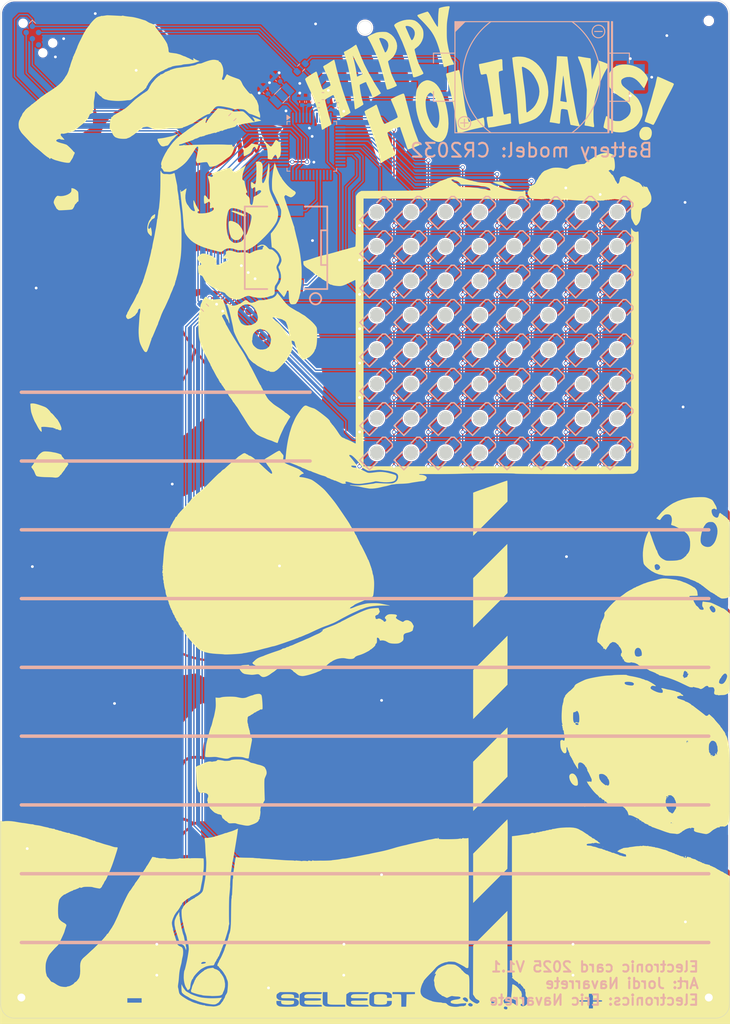
<source format=kicad_pcb>
(kicad_pcb (version 20241229) (generator "pcbnew") (generator_version "9.0")
  (title_block (comment 4 "AISLER Project ID: TZEMWLCF"))
  (layers (0 "F.Cu" signal) (2 "B.Cu" signal) (13 "F.Paste" user) (15 "B.Paste" user) (5 "F.SilkS" user "F.Silkscreen") (7 "B.SilkS" user "B.Silkscreen") (1 "F.Mask" user) (3 "B.Mask" user) (25 "Edge.Cuts" user))
  (net 0 "")
  (net 1 "GND")
  (net 2 "VCC")
  (net 3 "/R1")
  (net 4 "/R2")
  (net 5 "/R3")
  (net 6 "/R4")
  (net 7 "/R5")
  (net 8 "/R6")
  (net 9 "/R7")
  (net 10 "/SWCLK")
  (net 12 "/RESET")
  (net 13 "/SWDIO")
  (net 14 "/C1")
  (net 15 "Net-(U1-PC14)")
  (net 16 "/C2")
  (net 17 "Net-(U1-PC15)")
  (net 18 "/C3")
  (net 19 "/C4")
  (net 20 "/C5")
  (net 21 "/C6")
  (net 22 "/C7")
  (net 23 "/C0")
  (net 24 "/BTN1")
  (net 25 "/BTN2")
  (net 26 "/BTN3")
  (net 27 "/R0")
  (net 28 "Net-(U1-PA8)")
  (net 29 "Net-(U1-PA9{slash}NC)")
  (net 31 "Net-(J1-~{RESET})")
  (net 32 "Net-(J1-SWDIO)")
  (footprint "EN_Designs-Footprints:KH-6X6X5H-STM" (layer "F.Cu") (at 93 169.5 180)
    (property "Reference" "SW2" (hide yes))
    (property "Value" "SW_SPST" (hide yes))
  )
  (footprint "EN_Designs-Footprints:jordi-christmas-girl-V2" (layer "F.Cu") (at 93 104)
    (property "Reference" "Art" (hide yes))
    (property "Value" "Val**" (hide yes))
  )
  (footprint "" (layer "F.Cu") (at 43 175)
    (property "Reference" "")
    (property "Value" "")
  )
  (footprint "EN_Designs-Footprints:JLC_PCB_Tooling_Hole" (layer "F.Cu") (at 143 33)
    (property "Reference" "REF**" (hide yes))
    (property "Value" "JLC_PCB_Tooling_Hole" (hide yes))
  )
  (footprint "EN_Designs-Footprints:KH-6X6X5H-STM" (layer "F.Cu") (at 59.5 169.5 180)
    (property "Reference" "SW1" (hide yes))
    (property "Value" "SW_SPST" (hide yes))
  )
  (footprint "" (layer "F.Cu") (at 143 175)
    (property "Reference" "")
    (property "Value" "")
  )
  (footprint "EN_Designs-Footprints:KH-6X6X5H-STM" (layer "F.Cu") (at 126.5 169.5 180)
    (property "Reference" "SW3" (hide yes))
    (property "Value" "SW_SPST" (hide yes))
  )
  (footprint "EN_Designs-Footprints:MHT151WDT" (layer "B.Cu") (at 114.7 85.8 -135)
    (property "Reference" "D45" (hide yes))
    (property "Value" "LED" (hide yes))
    (fp_circle (center 0 0) (end 0 1.05) (fill yes) (layer "Edge.Cuts"))
  )
  (footprint "EN_Designs-Footprints:MHT151WDT" (layer "B.Cu") (at 99.7 85.8 -135)
    (property "Reference" "D42" (hide yes))
    (property "Value" "LED" (hide yes))
    (fp_circle (center 0 0) (end 0 1.05) (fill yes) (layer "Edge.Cuts"))
  )
  (footprint "EN_Designs-Footprints:MHT151WDT" (layer "B.Cu") (at 114.7 95.8 -135)
    (property "Reference" "D61" (hide yes))
    (property "Value" "LED" (hide yes))
    (fp_circle (center 0 0) (end 0 1.05) (fill yes) (layer "Edge.Cuts"))
  )
  (footprint "Resistor_SMD:R_0603_1608Metric" (layer "B.Cu") (at 83.7 39.8 45)
    (property "Reference" "R5" (hide yes))
    (property "Value" "0")
  )
  (footprint "EN_Designs-Footprints:MHT151WDT" (layer "B.Cu") (at 119.7 85.8 -135)
    (property "Reference" "D46" (hide yes))
    (property "Value" "LED" (hide yes))
    (fp_circle (center 0 0) (end 0 1.05) (fill yes) (layer "Edge.Cuts"))
  )
  (footprint "EN_Designs-Footprints:MHT151WDT" (layer "B.Cu") (at 119.7 90.8 -135)
    (property "Reference" "D54" (hide yes))
    (property "Value" "LED" (hide yes))
    (fp_circle (center 0 0) (end 0 1.05) (fill yes) (layer "Edge.Cuts"))
  )
  (footprint "EN_Designs-Footprints:MHT151WDT" (layer "B.Cu") (at 114.7 60.862499 -135)
    (property "Reference" "D5" (hide yes))
    (property "Value" "LED" (hide yes))
    (fp_circle (center 0 0) (end 0 1.05) (fill yes) (layer "Edge.Cuts"))
  )
  (footprint "EN_Designs-Footprints:MHT151WDT" (layer "B.Cu") (at 104.7 90.8 -135)
    (property "Reference" "D51" (hide yes))
    (property "Value" "LED" (hide yes))
    (fp_circle (center 0 0) (end 0 1.05) (fill yes) (layer "Edge.Cuts"))
  )
  (footprint "EN_Designs-Footprints:MHT151WDT" (layer "B.Cu") (at 94.7 70.8 -135)
    (property "Reference" "D17" (hide yes))
    (property "Value" "LED" (hide yes))
    (fp_circle (center 0 0) (end 0 1.05) (fill yes) (layer "Edge.Cuts"))
  )
  (footprint "Package_QFP:LQFP-48_7x7mm_P0.5mm" (layer "B.Cu") (at 85.25 51.25 -90)
    (property "Reference" "U1" (hide yes))
    (property "Value" "STM32G030C6Tx" (hide yes))
  )
  (footprint "EN_Designs-Footprints:MHT151WDT" (layer "B.Cu") (at 124.7 60.8 -135)
    (property "Reference" "D7" (hide yes))
    (property "Value" "LED" (hide yes))
    (fp_circle (center 0 0) (end 0 1.05) (fill yes) (layer "Edge.Cuts"))
  )
  (footprint "EN_Designs-Footprints:MHT151WDT" (layer "B.Cu") (at 109.7 90.8 -135)
    (property "Reference" "D52" (hide yes))
    (property "Value" "LED" (hide yes))
    (fp_circle (center 0 0) (end 0 1.05) (fill yes) (layer "Edge.Cuts"))
  )
  (footprint "EN_Designs-Footprints:MHT151WDT" (layer "B.Cu") (at 124.7 95.8 -135)
    (property "Reference" "D63" (hide yes))
    (property "Value" "LED" (hide yes))
    (fp_circle (center 0 0) (end 0 1.05) (fill yes) (layer "Edge.Cuts"))
  )
  (footprint "EN_Designs-Footprints:MHT151WDT" (layer "B.Cu") (at 129.7 85.8 -135)
    (property "Reference" "D48" (hide yes))
    (property "Value" "LED" (hide yes))
    (fp_circle (center 0 0) (end 0 1.05) (fill yes) (layer "Edge.Cuts"))
  )
  (footprint "EN_Designs-Footprints:MHT151WDT" (layer "B.Cu") (at 99.7 90.8 -135)
    (property "Reference" "D50" (hide yes))
    (property "Value" "LED" (hide yes))
    (fp_circle (center 0 0) (end 0 1.05) (fill yes) (layer "Edge.Cuts"))
  )
  (footprint "EN_Designs-Footprints:MHT151WDT" (layer "B.Cu") (at 124.7 75.8 -135)
    (property "Reference" "D31" (hide yes))
    (property "Value" "LED" (hide yes))
    (fp_circle (center 0 0) (end 0 1.05) (fill yes) (layer "Edge.Cuts"))
  )
  (footprint "Capacitor_SMD:C_0402_1005Metric" (layer "B.Cu") (at 86.3 45.275)
    (property "Reference" "C2" (hide yes))
    (property "Value" "100nF" (hide yes))
  )
  (footprint "EN_Designs-Footprints:MHT151WDT" (layer "B.Cu") (at 129.7 80.8 -135)
    (property "Reference" "D40" (hide yes))
    (property "Value" "LED" (hide yes))
    (fp_circle (center 0 0) (end 0 1.05) (fill yes) (layer "Edge.Cuts"))
  )
  (footprint "Resistor_SMD:R_0603_1608Metric" (layer "B.Cu") (at 69.7 74.7 -45)
    (property "Reference" "R2" (hide yes))
    (property "Value" "100k" (hide yes))
  )
  (footprint "EN_Designs-Footprints:MHT151WDT" (layer "B.Cu") (at 109.7 60.8 -135)
    (property "Reference" "D4" (hide yes))
    (property "Value" "LED" (hide yes))
    (fp_circle (center 0 0) (end 0 1.05) (fill yes) (layer "Edge.Cuts"))
  )
  (footprint "EN_Designs-Footprints:MHT151WDT" (layer "B.Cu") (at 94.7 90.8 -135)
    (property "Reference" "D49" (hide yes))
    (property "Value" "LED" (hide yes))
    (fp_circle (center 0 0) (end 0 1.05) (fill yes) (layer "Edge.Cuts"))
  )
  (footprint "EN_Designs-Footprints:MHT151WDT" (layer "B.Cu") (at 99.7 80.862499 -135)
    (property "Reference" "D34" (hide yes))
    (property "Value" "LED" (hide yes))
    (fp_circle (center 0 0) (end 0 1.05) (fill yes) (layer "Edge.Cuts"))
  )
  (footprint "EN_Designs-Footprints:MHT151WDT" (layer "B.Cu") (at 104.7 85.8 -135)
    (property "Reference" "D43" (hide yes))
    (property "Value" "LED" (hide yes))
    (fp_circle (center 0 0) (end 0 1.05) (fill yes) (layer "Edge.Cuts"))
  )
  (footprint "EN_Designs-Footprints:MHT151WDT" (layer "B.Cu") (at 104.7 60.8 -135)
    (property "Reference" "D3" (hide yes))
    (property "Value" "LED" (hide yes))
    (fp_circle (center 0 0) (end 0 1.05) (fill yes) (layer "Edge.Cuts"))
  )
  (footprint "EN_Designs-Footprints:MHT151WDT" (layer "B.Cu") (at 114.7 65.8 -135)
    (property "Reference" "D13" (hide yes))
    (property "Value" "LED" (hide yes))
    (fp_circle (center 0 0) (end 0 1.05) (fill yes) (layer "Edge.Cuts"))
  )
  (footprint "EN_Designs-Footprints:MHT151WDT" (layer "B.Cu") (at 109.7 65.8 -135)
    (property "Reference" "D12" (hide yes))
    (property "Value" "LED" (hide yes))
    (fp_circle (center 0 0) (end 0 1.05) (fill yes) (layer "Edge.Cuts"))
  )
  (footprint "EN_Designs-Footprints:MHT151WDT" (layer "B.Cu") (at 109.7 85.8 -135)
    (property "Reference" "D44" (hide yes))
    (property "Value" "LED" (hide yes))
    (fp_circle (center 0 0) (end 0 1.05) (fill yes) (layer "Edge.Cuts"))
  )
  (footprint "EN_Designs-Footprints:MHT151WDT" (layer "B.Cu") (at 94.7 75.8 -135)
    (property "Reference" "D25" (hide yes))
    (property "Value" "LED" (hide yes))
    (fp_circle (center 0 0) (end 0 1.05) (fill yes) (layer "Edge.Cuts"))
  )
  (footprint "Capacitor_SMD:C_0603_1608Metric" (layer "B.Cu") (at 86.875 43.95)
    (property "Reference" "C3" (hide yes))
    (property "Value" "10uF" (hide yes))
  )
  (footprint "EN_Designs-Footprints:MHT151WDT" (layer "B.Cu") (at 119.7 70.8 -135)
    (property "Reference" "D22" (hide yes))
    (property "Value" "LED" (hide yes))
    (fp_circle (center 0 0) (end 0 1.05) (fill yes) (layer "Edge.Cuts"))
  )
  (footprint "EN_Designs-Footprints:MHT151WDT" (layer "B.Cu") (at 94.7 85.8 -135)
    (property "Reference" "D41" (hide yes))
    (property "Value" "LED" (hide yes))
    (fp_circle (center 0 0) (end 0 1.05) (fill yes) (layer "Edge.Cuts"))
  )
  (footprint "EN_Designs-Footprints:MHT151WDT" (layer "B.Cu") (at 94.7 80.8 -135)
    (property "Reference" "D33" (hide yes))
    (property "Value" "LED" (hide yes))
    (fp_circle (center 0 0) (end 0 1.05) (fill yes) (layer "Edge.Cuts"))
  )
  (footprint "EN_Designs-Footprints:MHT151WDT" (layer "B.Cu") (at 114.7 80.8 -135)
    (property "Reference" "D37" (hide yes))
    (property "Value" "LED" (hide yes))
    (fp_circle (center 0 0) (end 0 1.05) (fill yes) (layer "Edge.Cuts"))
  )
  (footprint "Connector:Tag-Connect_TC2030-IDC-NL_2x03_P1.27mm_Vertical" (layer "B.Cu") (at 45.047038 35.149013 -45)
    (property "Reference" "J1" (hide yes))
    (property "Value" "Conn_ARM_SWD_TagConnect_TC2030-NL" (hide yes))
  )
  (footprint "EN_Designs-Footprints:MHT151WDT" (layer "B.Cu") (at 94.7 65.8 -135)
    (property "Reference" "D9" (hide yes))
    (property "Value" "LED" (hide yes))
    (fp_circle (center 0 0) (end 0 1.05) (fill yes) (layer "Edge.Cuts"))
  )
  (footprint "EN_Designs-Footprints:MHT151WDT" (layer "B.Cu") (at 104.7 75.8 -135)
    (property "Reference" "D27" (hide yes))
    (property "Value" "LED" (hide yes))
    (fp_circle (center 0 0) (end 0 1.05) (fill yes) (layer "Edge.Cuts"))
  )
  (footprint "EN_Designs-Footprints:MHT151WDT" (layer "B.Cu") (at 99.7 95.8 -135)
    (property "Reference" "D58" (hide yes))
    (property "Value" "LED" (hide yes))
    (fp_circle (center 0 0) (end 0 1.05) (fill yes) (layer "Edge.Cuts"))
  )
  (footprint "EN_Designs-Footprints:MHT151WDT" (layer "B.Cu") (at 119.7 95.8 -135)
    (property "Reference" "D62" (hide yes))
    (property "Value" "LED" (hide yes))
    (fp_circle (center 0 0) (end 0 1.05) (fill yes) (layer "Edge.Cuts"))
  )
  (footprint "EN_Designs-Footprints:MHT151WDT" (layer "B.Cu") (at 119.7 60.862499 -135)
    (property "Reference" "D6" (hide yes))
    (property "Value" "LED" (hide yes))
    (fp_circle (center 0 0) (end 0 1.05) (fill yes) (layer "Edge.Cuts"))
  )
  (footprint "EN_Designs-Footprints:MHT151WDT" (layer "B.Cu") (at 119.7 80.8 -135)
    (property "Reference" "D38" (hide yes))
    (property "Value" "LED" (hide yes))
    (fp_circle (center 0 0) (end 0 1.05) (fill yes) (layer "Edge.Cuts"))
  )
  (footprint "EN_Designs-Footprints:MHT151WDT" (layer "B.Cu") (at 129.7 95.8 -135)
    (property "Reference" "D64" (hide yes))
    (property "Value" "LED" (hide yes))
    (fp_circle (center 0 0) (end 0 1.05) (fill yes) (layer "Edge.Cuts"))
  )
  (footprint "EN_Designs-Footprints:MHT151WDT" (layer "B.Cu") (at 129.7 65.8 -135)
    (property "Reference" "D16" (hide yes))
    (property "Value" "LED" (hide yes))
    (fp_circle (center 0 0) (end 0 1.05) (fill yes) (layer "Edge.Cuts"))
  )
  (footprint "EN_Designs-Footprints:MHT151WDT" (layer "B.Cu") (at 104.7 70.8 -135)
    (property "Reference" "D19" (hide yes))
    (property "Value" "LED" (hide yes))
    (fp_circle (center 0 0) (end 0 1.05) (fill yes) (layer "Edge.Cuts"))
  )
  (footprint "EN_Designs-Footprints:MHT151WDT" (layer "B.Cu") (at 104.7 95.8 -135)
    (property "Reference" "D59" (hide yes))
    (property "Value" "LED" (hide yes))
    (fp_circle (center 0 0) (end 0 1.05) (fill yes) (layer "Edge.Cuts"))
  )
  (footprint "EN_Designs-Footprints:MHT151WDT" (layer "B.Cu") (at 99.7 75.8 -135)
    (property "Reference" "D26" (hide yes))
    (property "Value" "LED" (hide yes))
    (fp_circle (center 0 0) (end 0 1.05) (fill yes) (layer "Edge.Cuts"))
  )
  (footprint "Capacitor_SMD:C_0402_1005Metric" (layer "B.Cu") (at 89.025 45.25)
    (property "Reference" "C5" (hide yes))
    (property "Value" "100nF" (hide yes))
  )
  (footprint "EN_Designs-Footprints:MHT151WDT" (layer "B.Cu") (at 119.7 75.8 -135)
    (property "Reference" "D30" (hide yes))
    (property "Value" "LED" (hide yes))
    (fp_circle (center 0 0) (end 0 1.05) (fill yes) (layer "Edge.Cuts"))
  )
  (footprint "Capacitor_SMD:C_0402_1005Metric" (layer "B.Cu") (at 83.85 44.775 90)
    (property "Reference" "C1" (hide yes))
    (property "Value" "100nF" (hide yes))
  )
  (footprint "Resistor_SMD:R_0603_1608Metric" (layer "B.Cu") (at 73.7 47 45)
    (property "Reference" "R4" (hide yes))
    (property "Value" "0")
  )
  (footprint "EN_Designs-Footprints:MHT151WDT" (layer "B.Cu") (at 94.7 60.862499 -135)
    (property "Reference" "D1" (hide yes))
    (property "Value" "LED" (hide yes))
    (fp_circle (center 0 0) (end 0 1.05) (fill yes) (layer "Edge.Cuts"))
  )
  (footprint "Crystal:Crystal_SMD_3215-2Pin_3.2x1.5mm" (layer "B.Cu") (at 80.9 43.85 -135)
    (property "Reference" "Y1" (hide yes))
    (property "Value" "Crystal" (hide yes))
  )
  (footprint "EN_Designs-Footprints:MHT151WDT" (layer "B.Cu") (at 124.7 80.8 -135)
    (property "Reference" "D39" (hide yes))
    (property "Value" "LED" (hide yes))
    (fp_circle (center 0 0) (end 0 1.05) (fill yes) (layer "Edge.Cuts"))
  )
  (footprint "EN_Designs-Footprints:MHT151WDT" (layer "B.Cu") (at 129.7 90.8 -135)
    (property "Reference" "D56" (hide yes))
    (property "Value" "LED" (hide yes))
    (fp_circle (center 0 0) (end 0 1.05) (fill yes) (layer "Edge.Cuts"))
  )
  (footprint "EN_Designs-Footprints:MHT151WDT" (layer "B.Cu") (at 109.7 95.8 -135)
    (property "Reference" "D60" (hide yes))
    (property "Value" "LED" (hide yes))
    (fp_circle (center 0 0) (end 0 1.05) (fill yes) (layer "Edge.Cuts"))
  )
  (footprint "EN_Designs-Footprints:FUET-1230" (layer "B.Cu") (at 81.5 66)
    (property "Reference" "LS1" (hide yes))
    (property "Value" "Speaker_Crystal" (hide yes))
  )
  (footprint "EN_Designs-Footprints:MHT151WDT" (layer "B.Cu") (at 94.7 95.8 -135)
    (property "Reference" "D57" (hide yes))
    (property "Value" "LED" (hide yes))
    (fp_circle (center 0 0) (end 0 1.05) (fill yes) (layer "Edge.Cuts"))
  )
  (footprint "EN_Designs-Footprints:MHT151WDT" (layer "B.Cu") (at 129.7 60.8 -135)
    (property "Reference" "D8" (hide yes))
    (property "Value" "LED" (hide yes))
    (fp_circle (center 0 0) (end 0 1.05) (fill yes) (layer "Edge.Cuts"))
  )
  (footprint "EN_Designs-Footprints:MHT151WDT" (layer "B.Cu") (at 114.7 75.8 -135)
    (property "Reference" "D29" (hide yes))
    (property "Value" "LED" (hide yes))
    (fp_circle (center 0 0) (end 0 1.05) (fill yes) (layer "Edge.Cuts"))
  )
  (footprint "EN_Designs-Footprints:MHT151WDT" (layer "B.Cu") (at 109.7 70.8 -135)
    (property "Reference" "D20" (hide yes))
    (property "Value" "LED" (hide yes))
    (fp_circle (center 0 0) (end 0 1.05) (fill yes) (layer "Edge.Cuts"))
  )
  (footprint "EN_Designs-Footprints:MHT151WDT" (layer "B.Cu") (at 99.7 70.8 -135)
    (property "Reference" "D18" (hide yes))
    (property "Value" "LED" (hide yes))
    (fp_circle (center 0 0) (end 0 1.05) (fill yes) (layer "Edge.Cuts"))
  )
  (footprint "EN_Designs-Footprints:MHT151WDT" (layer "B.Cu") (at 119.7 65.8 -135)
    (property "Reference" "D14" (hide yes))
    (property "Value" "LED" (hide yes))
    (fp_circle (center 0 0) (end 0 1.05) (fill yes) (layer "Edge.Cuts"))
  )
  (footprint "EN_Designs-Footprints:MHT151WDT" (layer "B.Cu") (at 109.7 80.8 -135)
    (property "Reference" "D36" (hide yes))
    (property "Value" "LED" (hide yes))
    (fp_circle (center 0 0) (end 0 1.05) (fill yes) (layer "Edge.Cuts"))
  )
  (footprint "EN_Designs-Footprints:MHT151WDT" (layer "B.Cu") (at 99.7 60.8 -135)
    (property "Reference" "D2" (hide yes))
    (property "Value" "LED" (hide yes))
    (fp_circle (center 0 0) (end 0 1.05) (fill yes) (layer "Edge.Cuts"))
  )
  (footprint "EN_Designs-Footprints:MHT151WDT" (layer "B.Cu") (at 104.7 65.8 -135)
    (property "Reference" "D11" (hide yes))
    (property "Value" "LED" (hide yes))
    (fp_circle (center 0 0) (end 0 1.05) (fill yes) (layer "Edge.Cuts"))
  )
  (footprint "Capacitor_SMD:C_0402_1005Metric" (layer "B.Cu") (at 84.85 44.775 90)
    (property "Reference" "C4" (hide yes))
    (property "Value" "100nF" (hide yes))
  )
  (footprint "EN_Designs-Footprints:MHT151WDT" (layer "B.Cu") (at 104.7 80.8 -135)
    (property "Reference" "D35" (hide yes))
    (property "Value" "LED" (hide yes))
    (fp_circle (center 0 0) (end 0 1.05) (fill yes) (layer "Edge.Cuts"))
  )
  (footprint "Capacitor_SMD:C_0402_1005Metric" (layer "B.Cu") (at 80.3 41.45 135)
    (property "Reference" "C7" (hide yes))
    (property "Value" "15pF" (hide yes))
  )
  (footprint "EN_Designs-Footprints:MHT151WDT" (layer "B.Cu") (at 114.7 70.8 -135)
    (property "Reference" "D21" (hide yes))
    (property "Value" "LED" (hide yes))
    (fp_circle (center 0 0) (end 0 1.05) (fill yes) (layer "Edge.Cuts"))
  )
  (footprint "EN_Designs-Footprints:CR2032-BS-6-1" (layer "B.Cu") (at 117.2 41.2 180)
    (property "Reference" "BT1" (hide yes))
    (property "Value" "Battery_Cell" (hide yes))
  )
  (footprint "EN_Designs-Footprints:MHT151WDT" (layer "B.Cu") (at 129.7 75.8 -135)
    (property "Reference" "D32" (hide yes))
    (property "Value" "LED" (hide yes))
    (fp_circle (center 0 0) (end 0 1.05) (fill yes) (layer "Edge.Cuts"))
  )
  (footprint "EN_Designs-Footprints:MHT151WDT" (layer "B.Cu") (at 124.7 85.8 -135)
    (property "Reference" "D47" (hide yes))
    (property "Value" "LED" (hide yes))
    (fp_circle (center 0 0) (end 0 1.05) (fill yes) (layer "Edge.Cuts"))
  )
  (footprint "EN_Designs-Footprints:MHT151WDT" (layer "B.Cu") (at 124.7 90.8 -135)
    (property "Reference" "D55" (hide yes))
    (property "Value" "LED" (hide yes))
    (fp_circle (center 0 0) (end 0 1.05) (fill yes) (layer "Edge.Cuts"))
  )
  (footprint "EN_Designs-Footprints:MHT151WDT" (layer "B.Cu") (at 109.7 75.8 -135)
    (property "Reference" "D28" (hide yes))
    (property "Value" "LED" (hide yes))
    (fp_circle (center 0 0) (end 0 1.05) (fill yes) (layer "Edge.Cuts"))
  )
  (footprint "EN_Designs-Footprints:MHT151WDT" (layer "B.Cu") (at 99.7 65.8 -135)
    (property "Reference" "D10" (hide yes))
    (property "Value" "LED" (hide yes))
    (fp_circle (center 0 0) (end 0 1.05) (fill yes) (layer "Edge.Cuts"))
  )
  (footprint "Capacitor_SMD:C_0402_1005Metric" (layer "B.Cu") (at 78.5 43.25 135)
    (property "Reference" "C6" (hide yes))
    (property "Value" "15pF" (hide yes))
  )
  (footprint "EN_Designs-Footprints:MHT151WDT" (layer "B.Cu") (at 114.7 90.8 -135)
    (property "Reference" "D53" (hide yes))
    (property "Value" "LED" (hide yes))
    (fp_circle (center 0 0) (end 0 1.05) (fill yes) (layer "Edge.Cuts"))
  )
  (footprint "EN_Designs-Footprints:MHT151WDT" (layer "B.Cu") (at 129.7 70.8 -135)
    (property "Reference" "D24" (hide yes))
    (property "Value" "LED" (hide yes))
    (fp_circle (center 0 0) (end 0 1.05) (fill yes) (layer "Edge.Cuts"))
  )
  (footprint "EN_Designs-Footprints:MHT151WDT" (layer "B.Cu") (at 124.7 70.8 -135)
    (property "Reference" "D23" (hide yes))
    (property "Value" "LED" (hide yes))
    (fp_circle (center 0 0) (end 0 1.05) (fill yes) (layer "Edge.Cuts"))
  )
  (footprint "EN_Designs-Footprints:MHT151WDT" (layer "B.Cu") (at 124.7 65.8 -135)
    (property "Reference" "D15" (hide yes))
    (property "Value" "LED" (hide yes))
    (fp_circle (center 0 0) (end 0 1.05) (fill yes) (layer "Edge.Cuts"))
  )
  (gr_line (start 85 87) (end 43 87) (stroke (width 0.5)) (layer "B.SilkS"))
  (gr_line (start 143 147) (end 43 147) (stroke (width 0.5)) (layer "B.SilkS"))
  (gr_line (start 143 167) (end 43 167) (stroke (width 0.5)) (layer "B.SilkS"))
  (gr_line (start 143 127) (end 43 127) (stroke (width 0.5)) (layer "B.SilkS"))
  (gr_line (start 143 117) (end 43 117) (stroke (width 0.5)) (layer "B.SilkS"))
  (gr_line (start 143 137) (end 43 137) (stroke (width 0.5)) (layer "B.SilkS"))
  (gr_line (start 143 107) (end 43 107) (stroke (width 0.5)) (layer "B.SilkS"))
  (gr_line (start 85 97) (end 43 97) (stroke (width 0.5)) (layer "B.SilkS"))
  (gr_line (start 143 157) (end 43 157) (stroke (width 0.5)) (layer "B.SilkS"))
  (gr_arc (start 42 178) (mid 40.585786 177.414214) (end 40 176) (stroke (width 0.05)) (layer "Edge.Cuts"))
  (gr_circle (center 93 34) (end 94 34) (stroke (width 0.05)) (fill no) (layer "Edge.Cuts"))
  (gr_line (start 42 30) (end 144 30) (stroke (width 0.05)) (layer "Edge.Cuts"))
  (gr_line (start 40 176) (end 40 32) (stroke (width 0.05)) (layer "Edge.Cuts"))
  (gr_line (start 144 178) (end 42 178) (stroke (width 0.05)) (layer "Edge.Cuts"))
  (gr_arc (start 146 176) (mid 145.414214 177.414214) (end 144 178) (stroke (width 0.05)) (layer "Edge.Cuts"))
  (gr_arc (start 144 30) (mid 145.414214 30.585786) (end 146 32) (stroke (width 0.05)) (layer "Edge.Cuts"))
  (gr_line (start 146 32) (end 146 176) (stroke (width 0.05)) (layer "Edge.Cuts"))
  (gr_arc (start 40 32) (mid 40.585786 30.585786) (end 42 30) (stroke (width 0.05)) (layer "Edge.Cuts"))
  (gr_text "Battery model: CR2032\n" (at 117.2 53 0) (layer "B.SilkS") (effects (font (size 2 2) (thickness 0.3)) (justify bottom mirror)))
  (gr_text "Electronic card 2025 V1.1\nArt: Jordi Navarrete\nElectronics: Eric Navarrete" (at 141.7 176.25 0) (layer "B.SilkS") (effects (font (size 1.5 1.5) (thickness 0.3)) (justify left bottom mirror)))
  (segment (start 64 171.75) (end 55 171.75) (width 0.2) (layer "F.Cu") (net 1))
  (segment (start 97.5 171.75) (end 88.5 171.75) (width 0.2) (layer "F.Cu") (net 1))
  (segment (start 131 171.75) (end 122 171.75) (width 0.2) (layer "F.Cu") (net 1))
  (via (at 81.5 46.1) (size 0.6) (drill 0.4) (layers "F.Cu" "B.Cu") (net 1))
  (via (at 43.85 153.35) (size 0.6) (drill 0.4) (layers "F.Cu" "B.Cu") (net 1))
  (via (at 134.7 41.2) (size 0.6) (drill 0.4) (layers "F.Cu" "B.Cu") (net 1))
  (via (at 87.65 43.1) (size 0.6) (drill 0.4) (layers "F.Cu" "B.Cu") (net 1))
  (via (at 139.6 164) (size 0.6) (drill 0.4) (layers "F.Cu" "B.Cu") (net 1))
  (via (at 80.55 112.25) (size 0.6) (drill 0.4) (layers "F.Cu" "B.Cu") (net 1))
  (via (at 77.6 43.5) (size 0.6) (drill 0.4) (layers "F.Cu" "B.Cu") (net 1))
  (via (at 85.8 33.45) (size 0.6) (drill 0.4) (layers "F.Cu" "B.Cu") (net 1))
  (via (at 139.263023 89.139922) (size 0.6) (drill 0.4) (layers "F.Cu" "B.Cu") (net 1))
  (via (at 122.3 110.9) (size 0.6) (drill 0.4) (layers "F.Cu" "B.Cu") (net 1))
  (via (at 80.5 40.55) (size 0.6) (drill 0.4) (layers "F.Cu" "B.Cu") (net 1))
  (via (at 89.9 171.75) (size 0.6) (drill 0.4) (layers "F.Cu" "B.Cu") (net 1))
  (via (at 139.55 59.4) (size 0.6) (drill 0.4) (layers "F.Cu" "B.Cu") (net 1))
  (via (at 78.95 173.6) (size 0.6) (drill 0.4) (layers "F.Cu" "B.Cu") (net 1))
  (via (at 79.1 42) (size 0.6) (drill 0.4) (layers "F.Cu" "B.Cu") (net 1))
  (via (at 89.9 46.15) (size 0.6) (drill 0.4) (layers "F.Cu" "B.Cu") (net 1))
  (via (at 95.4 131.8) (size 0.6) (drill 0.4) (layers "F.Cu" "B.Cu") (net 1))
  (via (at 85.3 49.8) (size 0.6) (drill 0.4) (layers "F.Cu" "B.Cu") (net 1))
  (via (at 95.4 157.15) (size 0.6) (drill 0.4) (layers "F.Cu" "B.Cu") (net 1))
  (via (at 64.95 100.35) (size 0.6) (drill 0.4) (layers "F.Cu" "B.Cu") (net 1))
  (via (at 56.55 132.25) (size 0.6) (drill 0.4) (layers "F.Cu" "B.Cu") (net 1))
  (via (at 83.5 43.5) (size 0.6) (drill 0.4) (layers "F.Cu" "B.Cu") (net 1))
  (via (at 44.6 112.35) (size 0.6) (drill 0.4) (layers "F.Cu" "B.Cu") (net 1))
  (via (at 62.7 171.75) (size 0.6) (drill 0.4) (layers "F.Cu" "B.Cu") (net 1))
  (via (at 49.15 35.6) (size 0.6) (drill 0.4) (layers "F.Cu" "B.Cu") (net 1))
  (via (at 83.5 42.1) (size 0.6) (drill 0.4) (layers "F.Cu" "B.Cu") (net 1))
  (via (at 85.55 53.55) (size 0.6) (drill 0.4) (layers "F.Cu" "B.Cu") (net 1))
  (via (at 85.35 64.95) (size 0.6) (drill 0.4) (layers "F.Cu" "B.Cu") (net 1))
  (via (at 131.585 38.5) (size 0.6) (drill 0.4) (layers "F.Cu" "B.Cu") (net 1))
  (via (at 59.7 40.2) (size 0.6) (drill 0.4) (layers "F.Cu" "B.Cu") (net 1))
  (via (at 45.15 71.85) (size 0.6) (drill 0.4) (layers "F.Cu" "B.Cu") (net 1))
  (via (at 53.75 31.95) (size 0.6) (drill 0.4) (layers "F.Cu" "B.Cu") (net 1))
  (via (at 84.9 48.6) (size 0.6) (drill 0.4) (layers "F.Cu" "B.Cu") (net 1))
  (via (at 47.95 38.25) (size 0.6) (drill 0.4) (layers "F.Cu" "B.Cu") (net 1))
  (via (at 131.575 43.9) (size 0.6) (drill 0.4) (layers "F.Cu" "B.Cu") (net 1))
  (via (at 123.25 171.75) (size 0.6) (drill 0.4) (layers "F.Cu" "B.Cu") (net 1))
  (via (at 136.9 35.15) (size 0.6) (drill 0.4) (layers "F.Cu" "B.Cu") (net 1))
  (segment (start 84.55 43.5) (end 84.85 43.8) (width 0.2) (layer "B.Cu") (net 1))
  (segment (start 83.5 43.5) (end 83.85 43.85) (width 0.2) (layer "B.Cu") (net 1))
  (segment (start 85.7 46) (end 85.5 46.2) (width 0.2) (layer "B.Cu") (net 1))
  (segment (start 84.85 43.8) (end 84.85 44.295) (width 0.2) (layer "B.Cu") (net 1))
  (segment (start 89.9 46.15) (end 89.505 45.755) (width 0.2) (layer "B.Cu") (net 1))
  (segment (start 131.575 41.2) (end 131.575 38.51) (width 1) (layer "B.Cu") (net 1))
  (segment (start 83.85 43.85) (end 83.85 44.295) (width 0.2) (layer "B.Cu") (net 1))
  (segment (start 83.5 43.5) (end 84.55 43.5) (width 0.2) (layer "B.Cu") (net 1))
  (segment (start 86.78 45.275) (end 86.78 45.72) (width 0.2) (layer "B.Cu") (net 1))
  (segment (start 131.585 41.2) (end 131.585 43.89) (width 1) (layer "B.Cu") (net 1))
  (segment (start 86.78 45.275) (end 86.78 44.82) (width 0.2) (layer "B.Cu") (net 1))
  (segment (start 89.505 45.755) (end 89.505 45.25) (width 0.2) (layer "B.Cu") (net 1))
  (segment (start 131.585 41.2) (end 134.7 41.2) (width 1) (layer "B.Cu") (net 1))
  (segment (start 85.5 48) (end 84.9 48.6) (width 0.2) (layer "B.Cu") (net 1))
  (segment (start 86.78 45.72) (end 86.5 46) (width 0.2) (layer "B.Cu") (net 1))
  (segment (start 85.5 47.0875) (end 85.5 48) (width 0.2) (layer "B.Cu") (net 1))
  (segment (start 85.5 46.2) (end 85.5 47.0875) (width 0.2) (layer "B.Cu") (net 1))
  (segment (start 86.5 46) (end 85.7 46) (width 0.2) (layer "B.Cu") (net 1))
  (segment (start 86.78 44.82) (end 87.65 43.95) (width 0.2) (layer "B.Cu") (net 1))
  (segment (start 87.65 43.1) (end 87.65 43.95) (width 0.5) (layer "B.Cu") (net 1))
  (segment (start 42.7 32.1) (end 43.9 32.1) (width 0.2) (layer "B.Cu") (net 2))
  (segment (start 49.9 49) (end 42 41.1) (width 0.2) (layer "B.Cu") (net 2))
  (segment (start 83.85 45.255) (end 84.85 45.255) (width 0.2) (layer "B.Cu") (net 2))
  (segment (start 84.5 47.0875) (end 84.5 45.605) (width 0.2) (layer "B.Cu") (net 2))
  (segment (start 85 46.095) (end 85.82 45.275) (width 0.2) (layer "B.Cu") (net 2))
  (segment (start 42 41.1) (end 42 32.8) (width 0.2) (layer "B.Cu") (net 2))
  (segment (start 85 47.0875) (end 85 46.095) (width 0.2) (layer "B.Cu") (net 2))
  (segment (start 86.1 43.95) (end 86.1 43.75) (width 0.5) (layer "B.Cu") (net 2))
  (segment (start 86.1 42.15) (end 86.1 43.95) (width 1) (layer "B.Cu") (net 2))
  (segment (start 77.751975 33.801975) (end 86.1 42.15) (width 0.2) (layer "B.Cu") (net 2))
  (segment (start 42 32.8) (end 42.7 32.1) (width 0.2) (layer "B.Cu") (net 2))
  (segment (start 44.598025 32.798025) (end 44.598025 33.801975) (width 0.2) (layer "B.Cu") (net 2))
  (segment (start 87.05 41.2) (end 102.815 41.2) (width 1) (layer "B.Cu") (net 2))
  (segment (start 43.9 32.1) (end 44.598025 32.798025) (width 0.2) (layer "B.Cu") (net 2))
  (segment (start 65.5 49) (end 49.9 49) (width 0.2) (layer "B.Cu") (net 2))
  (segment (start 84.5 45.605) (end 84.85 45.255) (width 0.2) (layer "B.Cu") (net 2))
  (segment (start 85.8 45.255) (end 85.82 45.275) (width 0.2) (layer "B.Cu") (net 2))
  (segment (start 68.7 52.2) (end 65.5 49) (width 0.2) (layer "B.Cu") (net 2))
  (segment (start 84 45.405) (end 83.85 45.255) (width 0.2) (layer "B.Cu") (net 2))
  (segment (start 44.598025 33.801975) (end 77.751975 33.801975) (width 0.2) (layer "B.Cu") (net 2))
  (segment (start 85.82 44.23) (end 86.1 43.95) (width 0.2) (layer "B.Cu") (net 2))
  (segment (start 68.7 73.7) (end 68.7 52.2) (width 0.2) (layer "B.Cu") (net 2))
  (segment (start 84.85 45.255) (end 85.8 45.255) (width 0.2) (layer "B.Cu") (net 2))
  (segment (start 85.82 45.275) (end 85.82 44.23) (width 0.2) (layer "B.Cu") (net 2))
  (segment (start 86.1 42.15) (end 87.05 41.2) (width 1) (layer "B.Cu") (net 2))
  (segment (start 69.116637 74.116637) (end 68.7 73.7) (width 0.2) (layer "B.Cu") (net 2))
  (segment (start 84 47.0875) (end 84 45.405) (width 0.2) (layer "B.Cu") (net 2))
  (segment (start 125.195107 63.8) (end 125.978803 64.583696) (width 0.2) (layer "B.Cu") (net 3))
  (segment (start 121.7 63.8) (end 125.195107 63.8) (width 0.2) (layer "B.Cu") (net 3))
  (segment (start 120.257606 63.8) (end 120.978803 64.521197) (width 0.2) (layer "B.Cu") (net 3))
  (segment (start 95.978803 64.521197) (end 95.257606 63.8) (width 0.2) (layer "B.Cu") (net 3))
  (segment (start 92.7 56.3) (end 92.7 52.651806) (width 0.2) (layer "B.Cu") (net 3))
  (segment (start 95.257606 63.8) (end 91.7 63.8) (width 0.2) (layer "B.Cu") (net 3))
  (segment (start 105.195107 63.8) (end 105.978803 64.583696) (width 0.2) (layer "B.Cu") (net 3))
  (segment (start 91.7 63.8) (end 91.2 63.3) (width 0.2) (layer "B.Cu") (net 3))
  (segment (start 106.762499 63.8) (end 110.257606 63.8) (width 0.2) (layer "B.Cu") (net 3))
  (segment (start 111.7 63.8) (end 115.257606 63.8) (width 0.2) (layer "B.Cu") (net 3))
  (segment (start 110.257606 63.8) (end 110.978803 64.521197) (width 0.2) (layer "B.Cu") (net 3))
  (segment (start 100.257606 63.8) (end 100.978803 64.521197) (width 0.2) (layer "B.Cu") (net 3))
  (segment (start 130.257606 63.8) (end 130.978803 64.521197) (width 0.2) (layer "B.Cu") (net 3))
  (segment (start 105.978803 64.583696) (end 106.762499 63.8) (width 0.2) (layer "B.Cu") (net 3))
  (segment (start 116.7 63.8) (end 120.257606 63.8) (width 0.2) (layer "B.Cu") (net 3))
  (segment (start 100.978803 64.521197) (end 101.7 63.8) (width 0.2) (layer "B.Cu") (net 3))
  (segment (start 95.978803 64.521197) (end 96.7 63.8) (width 0.2) (layer "B.Cu") (net 3))
  (segment (start 96.7 63.8) (end 100.257606 63.8) (width 0.2) (layer "B.Cu") (net 3))
  (segment (start 110.978803 64.521197) (end 111.7 63.8) (width 0.2) (layer "B.Cu") (net 3))
  (segment (start 126.762499 63.8) (end 130.257606 63.8) (width 0.2) (layer "B.Cu") (net 3))
  (segment (start 115.257606 63.8) (end 115.978803 64.521197) (width 0.2) (layer "B.Cu") (net 3))
  (segment (start 125.978803 64.583696) (end 126.762499 63.8) (width 0.2) (layer "B.Cu") (net 3))
  (segment (start 101.7 63.8) (end 105.195107 63.8) (width 0.2) (layer "B.Cu") (net 3))
  (segment (start 120.978803 64.521197) (end 121.7 63.8) (width 0.2) (layer "B.Cu") (net 3))
  (segment (start 92.7 52.651806) (end 92.048194 52) (width 0.2) (layer "B.Cu") (net 3))
  (segment (start 115.978803 64.521197) (end 116.7 63.8) (width 0.2) (layer "B.Cu") (net 3))
  (segment (start 91.2 57.8) (end 92.7 56.3) (width 0.2) (layer "B.Cu") (net 3))
  (segment (start 92.048194 52) (end 89.4125 52) (width 0.2) (layer "B.Cu") (net 3))
  (segment (start 91.2 63.3) (end 91.2 57.8) (width 0.2) (layer "B.Cu") (net 3))
  (segment (start 91.1 52.5) (end 91.8 53.2) (width 0.2) (layer "B.Cu") (net 4))
  (segment (start 95.978803 69.521197) (end 96.7 68.8) (width 0.2) (layer "B.Cu") (net 4))
  (segment (start 110.978803 69.521197) (end 111.7 68.8) (width 0.2) (layer "B.Cu") (net 4))
  (segment (start 125.978803 69.583696) (end 126.762499 68.8) (width 0.2) (layer "B.Cu") (net 4))
  (segment (start 115.978803 69.521197) (end 116.7 68.8) (width 0.2) (layer "B.Cu") (net 4))
  (segment (start 130.257606 68.8) (end 130.978803 69.521197) (width 0.2) (layer "B.Cu") (net 4))
  (segment (start 120.978803 69.521197) (end 121.7 68.8) (width 0.2) (layer "B.Cu") (net 4))
  (segment (start 110.257606 68.8) (end 110.978803 69.521197) (width 0.2) (layer "B.Cu") (net 4))
  (segment (start 91.8 53.2) (end 91.8 55.55) (width 0.2) (layer "B.Cu") (net 4))
  (segment (start 125.195107 68.8) (end 125.978803 69.583696) (width 0.2) (layer "B.Cu") (net 4))
  (segment (start 121.7 68.8) (end 125.195107 68.8) (width 0.2) (layer "B.Cu") (net 4))
  (segment (start 100.978803 69.521197) (end 101.7 68.8) (width 0.2) (layer "B.Cu") (net 4))
  (segment (start 126.762499 68.8) (end 130.257606 68.8) (width 0.2) (layer "B.Cu") (net 4))
  (segment (start 96.7 68.8) (end 100.257606 68.8) (width 0.2) (layer "B.Cu") (net 4))
  (segment (start 92.004782 68.8) (end 95.257606 68.8) (width 0.2) (layer "B.Cu") (net 4))
  (segment (start 106.762499 68.8) (end 110.257606 68.8) (width 0.2) (layer "B.Cu") (net 4))
  (segment (start 95.257606 68.8) (end 95.978803 69.521197) (width 0.2) (layer "B.Cu") (net 4))
  (segment (start 115.257606 68.8) (end 115.978803 69.521197) (width 0.2) (layer "B.Cu") (net 4))
  (segment (start 90.2 66.995218) (end 92.004782 68.8) (width 0.2) (layer "B.Cu") (net 4))
  (segment (start 116.7 68.8) (end 120.257606 68.8) (width 0.2) (layer "B.Cu") (net 4))
  (segment (start 90.2 57.15) (end 90.2 66.995218) (width 0.2) (layer "B.Cu") (net 4))
  (segment (start 105.978803 69.583696) (end 106.762499 68.8) (width 0.2) (layer "B.Cu") (net 4))
  (segment (start 91.8 55.55) (end 90.2 57.15) (width 0.2) (layer "B.Cu") (net 4))
  (segment (start 105.195107 68.8) (end 105.978803 69.583696) (width 0.2) (layer "B.Cu") (net 4))
  (segment (start 89.4125 52.5) (end 91.1 52.5) (width 0.2) (layer "B.Cu") (net 4))
  (segment (start 120.257606 68.8) (end 120.978803 69.521197) (width 0.2) (layer "B.Cu") (net 4))
  (segment (start 111.7 68.8) (end 115.257606 68.8) (width 0.2) (layer "B.Cu") (net 4))
  (segment (start 101.7 68.8) (end 105.195107 68.8) (width 0.2) (layer "B.Cu") (net 4))
  (segment (start 100.257606 68.8) (end 100.978803 69.521197) (width 0.2) (layer "B.Cu") (net 4))
  (segment (start 95.978803 74.521197) (end 96.7 73.8) (width 0.2) (layer "B.Cu") (net 5))
  (segment (start 120.978803 74.521197) (end 121.7 73.8) (width 0.2) (layer "B.Cu") (net 5))
  (segment (start 105.195107 73.8) (end 105.978803 74.583696) (width 0.2) (layer "B.Cu") (net 5))
  (segment (start 126.762499 73.8) (end 130.257606 73.8) (width 0.2) (layer "B.Cu") (net 5))
  (segment (start 95.257606 73.8) (end 79.7 73.8) (width 0.2) (layer "B.Cu") (net 5))
  (segment (start 100.257606 73.8) (end 100.978803 74.521197) (width 0.2) (layer "B.Cu") (net 5))
  (segment (start 111.7 73.8) (end 115.257606 73.8) (width 0.2) (layer "B.Cu") (net 5))
  (segment (start 74.1 69.1) (end 74.1 55.4) (width 0.2) (layer "B.Cu") (net 5))
  (segment (start 116.7 73.8) (end 120.257606 73.8) (width 0.2) (layer "B.Cu") (net 5))
  (segment (start 95.978803 74.521197) (end 95.257606 73.8) (width 0.2) (layer "B.Cu") (net 5))
  (segment (start 105.978803 74.583696) (end 106.762499 73.8) (width 0.2) (layer "B.Cu") (net 5))
  (segment (start 115.978803 74.521197) (end 116.7 73.8) (width 0.2) (layer "B.Cu") (net 5))
  (segment (start 100.978803 74.521197) (end 101.7 73.8) (width 0.2) (layer "B.Cu") (net 5))
  (segment (start 115.257606 73.8) (end 115.978803 74.521197) (width 0.2) (layer "B.Cu") (net 5))
  (segment (start 106.762499 73.8) (end 110.257606 73.8) (width 0.2) (layer "B.Cu") (net 5))
  (segment (start 125.978803 74.583696) (end 126.762499 73.8) (width 0.2) (layer "B.Cu") (net 5))
  (segment (start 125.195107 73.8) (end 125.978803 74.583696) (width 0.2) (layer "B.Cu") (net 5))
  (segment (start 74.1 55.4) (end 78 51.5) (width 0.2) (layer "B.Cu") (net 5))
  (segment (start 120.257606 73.8) (end 120.978803 74.521197) (width 0.2) (layer "B.Cu") (net 5))
  (segment (start 79.7 73.8) (end 78.8 73.8) (width 0.2) (layer "B.Cu") (net 5))
  (segment (start 101.7 73.8) (end 105.195107 73.8) (width 0.2) (layer "B.Cu") (net 5))
  (segment (start 96.7 73.8) (end 100.257606 73.8) (width 0.2) (layer "B.Cu") (net 5))
  (segment (start 110.978803 74.521197) (end 111.7 73.8) (width 0.2) (layer "B.Cu") (net 5))
  (segment (start 110.257606 73.8) (end 110.978803 74.521197) (width 0.2) (layer "B.Cu") (net 5))
  (segment (start 130.257606 73.8) (end 130.978803 74.521197) (width 0.2) (layer "B.Cu") (net 5))
  (segment (start 121.7 73.8) (end 125.195107 73.8) (width 0.2) (layer "B.Cu") (net 5))
  (segment (start 78 51.5) (end 81.0875 51.5) (width 0.2) (layer "B.Cu") (net 5))
  (segment (start 78.8 73.8) (end 74.1 69.1) (width 0.2) (layer "B.Cu") (net 5))
  (segment (start 105.978803 79.583696) (end 106.762499 78.8) (width 0.2) (layer "B.Cu") (net 6))
  (segment (start 111.7 78.8) (end 115.257606 78.8) (width 0.2) (layer "B.Cu") (net 6))
  (segment (start 125.978803 79.583696) (end 126.762499 78.8) (width 0.2) (layer "B.Cu") (net 6))
  (segment (start 110.257606 78.8) (end 110.978803 79.521197) (width 0.2) (layer "B.Cu") (net 6))
  (segment (start 73.1 69.6) (end 73.1 55.4) (width 0.2) (layer "B.Cu") (net 6))
  (segment (start 120.257606 78.8) (end 120.978803 79.521197) (width 0.2) (layer "B.Cu") (net 6))
  (segment (start 83.2 78.8) (end 82.3 78.8) (width 0.2) (layer "B.Cu") (net 6))
  (segment (start 95.978803 79.521197) (end 96.7 78.8) (width 0.2) (layer "B.Cu") (net 6))
  (segment (start 100.257606 78.8) (end 100.978803 79.521197) (width 0.2) (layer "B.Cu") (net 6))
  (segment (start 82.3 78.8) (end 73.1 69.6) (width 0.2) (layer "B.Cu") (net 6))
  (segment (start 120.978803 79.521197) (end 121.7 78.8) (width 0.2) (layer "B.Cu") (net 6))
  (segment (start 95.978803 79.521197) (end 95.257606 78.8) (width 0.2) (layer "B.Cu") (net 6))
  (segment (start 101.7 78.8) (end 105.195107 78.8) (width 0.2) (layer "B.Cu") (net 6))
  (segment (start 125.195107 78.8) (end 125.978803 79.583696) (width 0.2) (layer "B.Cu") (net 6))
  (segment (start 73.1 55.4) (end 77.5 51) (width 0.2) (layer "B.Cu") (net 6))
  (segment (start 77.5 51) (end 81.0875 51) (width 0.2) (layer "B.Cu") (net 6))
  (segment (start 105.195107 78.8) (end 105.978803 79.583696) (width 0.2) (layer "B.Cu") (net 6))
  (segment (start 116.7 78.8) (end 120.257606 78.8) (width 0.2) (layer "B.Cu") (net 6))
  (segment (start 100.978803 79.521197) (end 101.7 78.8) (width 0.2) (layer "B.Cu") (net 6))
  (segment (start 115.978803 79.521197) (end 116.7 78.8) (width 0.2) (layer "B.Cu") (net 6))
  (segment (start 110.978803 79.521197) (end 111.7 78.8) (width 0.2) (layer "B.Cu") (net 6))
  (segment (start 106.762499 78.8) (end 110.257606 78.8) (width 0.2) (layer "B.Cu") (net 6))
  (segment (start 115.257606 78.8) (end 115.978803 79.521197) (width 0.2) (layer "B.Cu") (net 6))
  (segment (start 96.7 78.8) (end 100.257606 78.8) (width 0.2) (layer "B.Cu") (net 6))
  (segment (start 95.257606 78.8) (end 83.2 78.8) (width 0.2) (layer "B.Cu") (net 6))
  (segment (start 121.7 78.8) (end 125.195107 78.8) (width 0.2) (layer "B.Cu") (net 6))
  (segment (start 126.762499 78.8) (end 130.257606 78.8) (width 0.2) (layer "B.Cu") (net 6))
  (segment (start 130.257606 78.8) (end 130.978803 79.521197) (width 0.2) (layer "B.Cu") (net 6))
  (segment (start 100.257606 83.8) (end 100.978803 84.521197) (width 0.2) (layer "B.Cu") (net 7))
  (segment (start 120.257606 83.8) (end 120.978803 84.521197) (width 0.2) (layer "B.Cu") (net 7))
  (segment (start 85.8 83.8) (end 72.1 70.1) (width 0.2) (layer "B.Cu") (net 7))
  (segment (start 72.1 70.1) (end 72.1 55.4) (width 0.2) (layer "B.Cu") (net 7))
  (segment (start 125.195107 83.8) (end 125.978803 84.583696) (width 0.2) (layer "B.Cu") (net 7))
  (segment (start 95.257606 83.8) (end 86.7 83.8) (width 0.2) (layer "B.Cu") (net 7))
  (segment (start 130.257606 83.8) (end 130.978803 84.521197) (width 0.2) (layer "B.Cu") (net 7))
  (segment (start 101.7 83.8) (end 105.195107 83.8) (width 0.2) (layer "B.Cu") (net 7))
  (segment (start 77 50.5) (end 81.0875 50.5) (width 0.2) (layer "B.Cu") (net 7))
  (segment (start 111.7 83.8) (end 115.257606 83.8) (width 0.2) (layer "B.Cu") (net 7))
  (segment (start 72.1 55.4) (end 77 50.5) (width 0.2) (layer "B.Cu") (net 7))
  (segment (start 100.978803 84.521197) (end 101.7 83.8) (width 0.2) (layer "B.Cu") (net 7))
  (segment (start 126.762499 83.8) (end 130.257606 83.8) (width 0.2) (layer "B.Cu") (net 7))
  (segment (start 115.978803 84.521197) (end 116.7 83.8) (width 0.2) (layer "B.Cu") (net 7))
  (segment (start 115.257606 83.8) (end 115.978803 84.521197) (width 0.2) (layer "B.Cu") (net 7))
  (segment (start 121.7 83.8) (end 125.195107 83.8) (width 0.2) (layer "B.Cu") (net 7))
  (segment (start 86.7 83.8) (end 85.8 83.8) (width 0.2) (layer "B.Cu") (net 7))
  (segment (start 125.978803 84.583696) (end 126.762499 83.8) (width 0.2) (layer "B.Cu") (net 7))
  (segment (start 106.762499 83.8) (end 110.257606 83.8) (width 0.2) (layer "B.Cu") (net 7))
  (segment (start 105.978803 84.583696) (end 106.762499 83.8) (width 0.2) (layer "B.Cu") (net 7))
  (segment (start 95.978803 84.521197) (end 95.257606 83.8) (width 0.2) (layer "B.Cu") (net 7))
  (segment (start 120.978803 84.521197) (end 121.7 83.8) (width 0.2) (layer "B.Cu") (net 7))
  (segment (start 110.978803 84.521197) (end 111.7 83.8) (width 0.2) (layer "B.Cu") (net 7))
  (segment (start 96.7 83.8) (end 100.257606 83.8) (width 0.2) (layer "B.Cu") (net 7))
  (segment (start 110.257606 83.8) (end 110.978803 84.521197) (width 0.2) (layer "B.Cu") (net 7))
  (segment (start 116.7 83.8) (end 120.257606 83.8) (width 0.2) (layer "B.Cu") (net 7))
  (segment (start 95.978803 84.521197) (end 96.7 83.8) (width 0.2) (layer "B.Cu") (net 7))
  (segment (start 105.195107 83.8) (end 105.978803 84.583696) (width 0.2) (layer "B.Cu") (net 7))
  (segment (start 95.978803 89.521197) (end 95.257606 88.8) (width 0.2) (layer "B.Cu") (net 8))
  (segment (start 106.762499 88.8) (end 110.257606 88.8) (width 0.2) (layer "B.Cu") (net 8))
  (segment (start 89.3 88.8) (end 71.1 70.6) (width 0.2) (layer "B.Cu") (net 8))
  (segment (start 105.195107 88.8) (end 105.978803 89.583696) (width 0.2) (layer "B.Cu") (net 8))
  (segment (start 101.7 88.8) (end 105.195107 88.8) (width 0.2) (layer "B.Cu") (net 8))
  (segment (start 120.978803 89.521197) (end 121.7 88.8) (width 0.2) (layer "B.Cu") (net 8))
  (segment (start 120.257606 88.8) (end 120.978803 89.521197) (width 0.2) (layer "B.Cu") (net 8))
  (segment (start 111.7 88.8) (end 115.257606 88.8) (width 0.2) (layer "B.Cu") (net 8))
  (segment (start 125.978803 89.583696) (end 126.762499 88.8) (width 0.2) (layer "B.Cu") (net 8))
  (segment (start 125.195107 88.8) (end 125.978803 89.583696) (width 0.2) (layer "B.Cu") (net 8))
  (segment (start 90.2 88.8) (end 89.3 88.8) (width 0.2) (layer "B.Cu") (net 8))
  (segment (start 121.7 88.8) (end 125.195107 88.8) (width 0.2) (layer "B.Cu") (net 8))
  (segment (start 71.1 70.6) (end 71.1 55.4) (width 0.2) (layer "B.Cu") (net 8))
  (segment (start 115.257606 88.8) (end 115.978803 89.521197) (width 0.2) (layer "B.Cu") (net 8))
  (segment (start 76.5 50) (end 81.0875 50) (width 0.2) (layer "B.Cu") (net 8))
  (segment (start 115.978803 89.521197) (end 116.7 88.8) (width 0.2) (layer "B.Cu") (net 8))
  (segment (start 100.257606 88.8) (end 100.978803 89.521197) (width 0.2) (layer "B.Cu") (net 8))
  (segment (start 96.7 88.8) (end 100.257606 88.8) (width 0.2) (layer "B.Cu") (net 8))
  (segment (start 105.978803 89.583696) (end 106.762499 88.8) (width 0.2) (layer "B.Cu") (net 8))
  (segment (start 126.762499 88.8) (end 130.257606 88.8) (width 0.2) (layer "B.Cu") (net 8))
  (segment (start 71.1 55.4) (end 76.5 50) (width 0.2) (layer "B.Cu") (net 8))
  (segment (start 110.978803 89.521197) (end 111.7 88.8) (width 0.2) (layer "B.Cu") (net 8))
  (segment (start 95.978803 89.521197) (end 96.7 88.8) (width 0.2) (layer "B.Cu") (net 8))
  (segment (start 110.257606 88.8) (end 110.978803 89.521197) (width 0.2) (layer "B.Cu") (net 8))
  (segment (start 95.257606 88.8) (end 90.2 88.8) (width 0.2) (layer "B.Cu") (net 8))
  (segment (start 130.257606 88.8) (end 130.978803 89.521197) (width 0.2) (layer "B.Cu") (net 8))
  (segment (start 100.978803 89.521197) (end 101.7 88.8) (width 0.2) (layer "B.Cu") (net 8))
  (segment (start 116.7 88.8) (end 120.257606 88.8) (width 0.2) (layer "B.Cu") (net 8))
  (segment (start 95.978803 94.521197) (end 96.7 93.8) (width 0.2) (layer "B.Cu") (net 9))
  (segment (start 130.257606 93.8) (end 130.978803 94.521197) (width 0.2) (layer "B.Cu") (net 9))
  (segment (start 105.195107 93.8) (end 105.978803 94.583696) (width 0.2) (layer "B.Cu") (net 9))
  (segment (start 106.762499 93.8) (end 110.257606 93.8) (width 0.2) (layer "B.Cu") (net 9))
  (segment (start 115.978803 94.521197) (end 116.7 93.8) (width 0.2) (layer "B.Cu") (net 9))
  (segment (start 110.978803 94.521197) (end 111.7 93.8) (width 0.2) (layer "B.Cu") (net 9))
  (segment (start 100.257606 93.8) (end 100.978803 94.521197) (width 0.2) (layer "B.Cu") (net 9))
  (segment (start 95.257606 93.8) (end 91.2 93.8) (width 0.2) (layer "B.Cu") (net 9))
  (segment (start 111.7 93.8) (end 115.257606 93.8) (width 0.2) (layer "B.Cu") (net 9))
  (segment (start 110.257606 93.8) (end 110.978803 94.521197) (width 0.2) (layer "B.Cu") (net 9))
  (segment (start 126.762499 93.8) (end 130.257606 93.8) (width 0.2) (layer "B.Cu") (net 9))
  (segment (start 120.257606 93.8) (end 120.978803 94.521197) (width 0.2) (layer "B.Cu") (net 9))
  (segment (start 90.2 92.8) (end 90.2 91.2) (width 0.2) (layer "B.Cu") (net 9))
  (segment (start 70.1 71.1) (end 70.1 55.4) (width 0.2) (layer "B.Cu") (net 9))
  (segment (start 100.978803 94.521197) (end 101.7 93.8) (width 0.2) (layer "B.Cu") (net 9))
  (segment (start 125.195107 93.8) (end 125.978803 94.583696) (width 0.2) (layer "B.Cu") (net 9))
  (segment (start 70.1 55.4) (end 76 49.5) (width 0.2) (layer "B.Cu") (net 9))
  (segment (start 115.257606 93.8) (end 115.978803 94.521197) (width 0.2) (layer "B.Cu") (net 9))
  (segment (start 95.978803 94.521197) (end 95.257606 93.8) (width 0.2) (layer "B.Cu") (net 9))
  (segment (start 125.978803 94.583696) (end 126.762499 93.8) (width 0.2) (layer "B.Cu") (net 9))
  (segment (start 105.978803 94.583696) (end 106.762499 93.8) (width 0.2) (layer "B.Cu") (net 9))
  (segment (start 91.2 93.8) (end 90.2 92.8) (width 0.2) (layer "B.Cu") (net 9))
  (segment (start 90.2 91.2) (end 89.5 90.5) (width 0.2) (layer "B.Cu") (net 9))
  (segment (start 116.7 93.8) (end 120.257606 93.8) (width 0.2) (layer "B.Cu") (net 9))
  (segment (start 89.5 90.5) (end 70.1 71.1) (width 0.2) (layer "B.Cu") (net 9))
  (segment (start 76 49.5) (end 81.0875 49.5) (width 0.2) (layer "B.Cu") (net 9))
  (segment (start 101.7 93.8) (end 105.195107 93.8) (width 0.2) (layer "B.Cu") (net 9))
  (segment (start 121.7 93.8) (end 125.195107 93.8) (width 0.2) (layer "B.Cu") (net 9))
  (segment (start 120.978803 94.521197) (end 121.7 93.8) (width 0.2) (layer "B.Cu") (net 9))
  (segment (start 96.7 93.8) (end 100.257606 93.8) (width 0.2) (layer "B.Cu") (net 9))
  (segment (start 75.7 49) (end 72.8 46.1) (width 0.2) (layer "B.Cu") (net 10))
  (segment (start 44.598025 39.418241) (end 44.598025 35.598026) (width 0.2) (layer "B.Cu") (net 10))
  (segment (start 82.5 55.4125) (end 82.5 54.351806) (width 0.2) (layer "B.Cu") (net 10))
  (segment (start 83.25 50.15) (end 82.1 49) (width 0.2) (layer "B.Cu") (net 10))
  (segment (start 82.1 49) (end 75.7 49) (width 0.2) (layer "B.Cu") (net 10))
  (segment (start 82.5 54.351806) (end 83.25 53.601806) (width 0.2) (layer "B.Cu") (net 10))
  (segment (start 83.25 53.601806) (end 83.25 50.15) (width 0.2) (layer "B.Cu") (net 10))
  (segment (start 51.279784 46.1) (end 44.598025 39.418241) (width 0.2) (layer "B.Cu") (net 10))
  (segment (start 72.8 46.1) (end 51.279784 46.1) (width 0.2) (layer "B.Cu") (net 10))
  (segment (start 85.2 38.3) (end 105.8 38.3) (width 0.2) (layer "B.Cu") (net 12))
  (segment (start 89.45 44.3) (end 88.545 45.205) (width 0.2) (layer "B.Cu") (net 12))
  (segment (start 87.938302 45.25) (end 87 46.188302) (width 0.2) (layer "B.Cu") (net 12))
  (segment (start 88.545 45.205) (end 88.545 45.25) (width 0.2) (layer "B.Cu") (net 12))
  (segment (start 105.8 38.3) (end 106.5 39) (width 0.2) (layer "B.Cu") (net 12))
  (segment (start 106.5 43.6) (end 105.8 44.3) (width 0.2) (layer "B.Cu") (net 12))
  (segment (start 88.545 45.25) (end 87.938302 45.25) (width 0.2) (layer "B.Cu") (net 12))
  (segment (start 84.283363 39.216637) (end 85.2 38.3) (width 0.2) (layer "B.Cu") (net 12))
  (segment (start 87 46.188302) (end 87 47.0875) (width 0.2) (layer "B.Cu") (net 12))
  (segment (start 105.8 44.3) (end 89.45 44.3) (width 0.2) (layer "B.Cu") (net 12))
  (segment (start 106.5 39) (end 106.5 43.6) (width 0.2) (layer "B.Cu") (net 12))
  (segment (start 83 54.55) (end 83.75 53.8) (width 0.2) (layer "B.Cu") (net 13))
  (segment (start 82.3 48.5) (end 76.366726 48.5) (width 0.2) (layer "B.Cu") (net 13))
  (segment (start 83.75 49.95) (end 82.3 48.5) (width 0.2) (layer "B.Cu") (net 13))
  (segment (start 76.366726 48.5) (end 74.283363 46.416637) (width 0.2) (layer "B.Cu") (net 13))
  (segment (start 83 55.4125) (end 83 54.55) (width 0.2) (layer "B.Cu") (net 13))
  (segment (start 83.75 53.8) (end 83.75 49.95) (width 0.2) (layer "B.Cu") (net 13))
  (segment (start 97.2 62.971197) (end 97.2 98) (width 0.2) (layer "F.Cu") (net 14))
  (segment (start 97.2 62.971197) (end 97.2 49) (width 0.2) (layer "F.Cu") (net 14))
  (via (at 97.2 62.771197) (size 0.6) (drill 0.4) (layers "F.Cu" "B.Cu") (net 14))
  (via (at 97.2 72.8) (size 0.6) (drill 0.4) (layers "F.Cu" "B.Cu") (net 14))
  (via (at 97.2 77.8) (size 0.6) (drill 0.4) (layers "F.Cu" "B.Cu") (net 14))
  (via (at 97.2 48.8) (size 0.6) (drill 0.4) (layers "F.Cu" "B.Cu") (net 14))
  (via (at 97.2 97.8) (size 0.6) (drill 0.4) (layers "F.Cu" "B.Cu") (net 14))
  (via (at 97.2 87.8) (size 0.6) (drill 0.4) (layers "F.Cu" "B.Cu") (net 14))
  (via (at 97.2 92.8) (size 0.6) (drill 0.4) (layers "F.Cu" "B.Cu") (net 14))
  (via (at 97.2 67.8) (size 0.6) (drill 0.4) (layers "F.Cu" "B.Cu") (net 14))
  (via (at 97.2 82.8) (size 0.6) (drill 0.4) (layers "F.Cu" "B.Cu") (net 14))
  (segment (start 97.7 92.8) (end 97.2 92.8) (width 0.2) (layer "B.Cu") (net 14))
  (segment (start 97.7 67.8) (end 97.2 67.8) (width 0.2) (layer "B.Cu") (net 14))
  (segment (start 98.421197 87.078803) (end 97.7 87.8) (width 0.2) (layer "B.Cu") (net 14))
  (segment (start 98.421197 62.05) (end 97.7 62.771197) (width 0.2) (layer "B.Cu") (net 14))
  (segment (start 97.7 62.771197) (end 97.2 62.771197) (width 0.2) (layer "B.Cu") (net 14))
  (segment (start 97.7 82.8) (end 97.2 82.8) (width 0.2) (layer "B.Cu") (net 14))
  (segment (start 98.421197 82.078803) (end 97.7 82.8) (width 0.2) (layer "B.Cu") (net 14))
  (segment (start 97.2 48.8) (end 95.488167 47.088167) (width 0.2) (layer "B.Cu") (net 14))
  (segment (start 97.7 77.8) (end 97.2 77.8) (width 0.2) (layer "B.Cu") (net 14))
  (segment (start 97.7 87.8) (end 97.2 87.8) (width 0.2) (layer "B.Cu") (net 14))
  (segment (start 98.421197 77.078803) (end 97.7 77.8) (width 0.2) (layer "B.Cu") (net 14))
  (segment (start 98.421197 72.078803) (end 97.7 72.8) (width 0.2) (layer "B.Cu") (net 14))
  (segment (start 97.7 72.8) (end 97.2 72.8) (width 0.2) (layer "B.Cu") (net 14))
  (segment (start 95.488167 47.088167) (end 88.000667 47.088167) (width 0.2) (layer "B.Cu") (net 14))
  (segment (start 88.000667 47.088167) (end 88 47.0875) (width 0.2) (layer "B.Cu") (net 14))
  (segment (start 98.421197 67.078803) (end 97.7 67.8) (width 0.2) (layer "B.Cu") (net 14))
  (segment (start 98.421197 92.078803) (end 97.7 92.8) (width 0.2) (layer "B.Cu") (net 14))
  (segment (start 98.421197 97.078803) (end 97.7 97.8) (width 0.2) (layer "B.Cu") (net 14))
  (segment (start 97.7 97.8) (end 97.2 97.8) (width 0.2) (layer "B.Cu") (net 14))
  (segment (start 80.282234 45) (end 80.016117 44.733883) (width 0.2) (layer "B.Cu") (net 15))
  (segment (start 81.7 45) (end 80.282234 45) (width 0.2) (layer "B.Cu") (net 15))
  (segment (start 83 46.3) (end 81.7 45) (width 0.2) (layer "B.Cu") (net 15))
  (segment (start 83 47.0875) (end 83 46.3) (width 0.2) (layer "B.Cu") (net 15))
  (segment (start 80.016117 44.733883) (end 79.983883 44.733883) (width 0.2) (layer "B.Cu") (net 15))
  (segment (start 79.983883 44.733883) (end 78.839411 43.589411) (width 0.2) (layer "B.Cu") (net 15))
  (segment (start 102.2 62.971197) (end 102.2 98) (width 0.2) (layer "F.Cu") (net 16))
  (segment (start 102.2 62.971197) (end 102.2 53.5) (width 0.2) (layer "F.Cu") (net 16))
  (via (at 102.2 53.3) (size 0.6) (drill 0.4) (layers "F.Cu" "B.Cu") (net 16))
  (via (at 102.2 87.8) (size 0.6) (drill 0.4) (layers "F.Cu" "B.Cu") (net 16))
  (via (at 102.2 72.8) (size 0.6) (drill 0.4) (layers "F.Cu" "B.Cu") (net 16))
  (via (at 102.2 62.771197) (size 0.6) (drill 0.4) (layers "F.Cu" "B.Cu") (net 16))
  (via (at 102.2 77.8) (size 0.6) (drill 0.4) (layers "F.Cu" "B.Cu") (net 16))
  (via (at 102.2 97.8) (size 0.6) (drill 0.4) (layers "F.Cu" "B.Cu") (net 16))
  (via (at 102.2 82.8) (size 0.6) (drill 0.4) (layers "F.Cu" "B.Cu") (net 16))
  (via (at 102.2 67.8) (size 0.6) (drill 0.4) (layers "F.Cu" "B.Cu") (net 16))
  (via (at 102.2 92.8) (size 0.6) (drill 0.4) (layers "F.Cu" "B.Cu") (net 16))
  (segment (start 102.7 62.771197) (end 102.2 62.771197) (width 0.2) (layer "B.Cu") (net 16))
  (segment (start 102.7 97.8) (end 102.2 97.8) (width 0.2) (layer "B.Cu") (net 16))
  (segment (start 102.7 72.8) (end 102.2 72.8) (width 0.2) (layer "B.Cu") (net 16))
  (segment (start 103.421197 92.078803) (end 102.7 92.8) (width 0.2) (layer "B.Cu") (net 16))
  (segment (start 102.7 67.8) (end 102.2 67.8) (width 0.2) (layer "B.Cu") (net 16))
  (segment (start 102.7 77.8) (end 102.2 77.8) (width 0.2) (layer "B.Cu") (net 16))
  (segment (start 103.421197 82.078803) (end 102.7 82.8) (width 0.2) (layer "B.Cu") (net 16))
  (segment (start 103.421197 62.05) (end 102.7 62.771197) (width 0.2) (layer "B.Cu") (net 16))
  (segment (start 103.421197 87.078803) (end 102.7 87.8) (width 0.2) (layer "B.Cu") (net 16))
  (segment (start 103.421197 72.078803) (end 102.7 72.8) (width 0.2) (layer "B.Cu") (net 16))
  (segment (start 103.421197 77.078803) (end 102.7 77.8) (width 0.2) (layer "B.Cu") (net 16))
  (segment (start 100.2 53.3) (end 95.4 48.5) (width 0.2) (layer "B.Cu") (net 16))
  (segment (start 102.7 92.8) (end 102.2 92.8) (width 0.2) (layer "B.Cu") (net 16))
  (segment (start 95.4 48.5) (end 89.4125 48.5) (width 0.2) (layer "B.Cu") (net 16))
  (segment (start 102.2 53.3) (end 100.2 53.3) (width 0.2) (layer "B.Cu") (net 16))
  (segment (start 102.7 87.8) (end 102.2 87.8) (width 0.2) (layer "B.Cu") (net 16))
  (segment (start 103.421197 97.078803) (end 102.7 97.8) (width 0.2) (layer "B.Cu") (net 16))
  (segment (start 103.421197 67.078803) (end 102.7 67.8) (width 0.2) (layer "B.Cu") (net 16))
  (segment (start 102.7 82.8) (end 102.2 82.8) (width 0.2) (layer "B.Cu") (net 16))
  (segment (start 81.783883 42.966117) (end 81.783883 42.933883) (width 0.2) (layer "B.Cu") (net 17))
  (segment (start 81.783883 43.398351) (end 81.783883 42.966117) (width 0.2) (layer "B.Cu") (net 17))
  (segment (start 81.783883 42.933883) (end 80.639411 41.789411) (width 0.2) (layer "B.Cu") (net 17))
  (segment (start 82.05 44.6) (end 82.05 43.664468) (width 0.2) (layer "B.Cu") (net 17))
  (segment (start 83.5 46.05) (end 82.05 44.6) (width 0.2) (layer "B.Cu") (net 17))
  (segment (start 82.05 43.664468) (end 81.783883 43.398351) (width 0.2) (layer "B.Cu") (net 17))
  (segment (start 83.5 47.0875) (end 83.5 46.05) (width 0.2) (layer "B.Cu") (net 17))
  (segment (start 107.2 62.971197) (end 107.2 54.5) (width 0.2) (layer "F.Cu") (net 18))
  (segment (start 107.2 62.971197) (end 107.2 98) (width 0.2) (layer "F.Cu") (net 18))
  (via (at 107.2 77.8) (size 0.6) (drill 0.4) (layers "F.Cu" "B.Cu") (net 18))
  (via (at 107.2 97.8) (size 0.6) (drill 0.4) (layers "F.Cu" "B.Cu") (net 18))
  (via (at 107.2 72.8) (size 0.6) (drill 0.4) (layers "F.Cu" "B.Cu") (net 18))
  (via (at 107.2 67.8) (size 0.6) (drill 0.4) (layers "F.Cu" "B.Cu") (net 18))
  (via (at 107.2 87.8) (size 0.6) (drill 0.4) (layers "F.Cu" "B.Cu") (net 18))
  (via (at 107.2 92.8) (size 0.6) (drill 0.4) (layers "F.Cu" "B.Cu") (net 18))
  (via (at 107.2 54.3) (size 0.6) (drill 0.4) (layers "F.Cu" "B.Cu") (net 18))
  (via (at 107.2 62.771197) (size 0.6) (drill 0.4) (layers "F.Cu" "B.Cu") (net 18))
  (via (at 107.2 82.8) (size 0.6) (drill 0.4) (layers "F.Cu" "B.Cu") (net 18))
  (segment (start 107.7 77.8) (end 107.2 77.8) (width 0.2) (layer "B.Cu") (net 18))
  (segment (start 107.2 54.3) (end 100.2 54.3) (width 0.2) (layer "B.Cu") (net 18))
  (segment (start 108.421197 97.078803) (end 107.7 97.8) (width 0.2) (layer "B.Cu") (net 18))
  (segment (start 108.421197 92.078803) (end 107.7 92.8) (width 0.2) (layer "B.Cu") (net 18))
  (segment (start 108.421197 67.078803) (end 107.7 67.8) (width 0.2) (layer "B.Cu") (net 18))
  (segment (start 107.7 72.8) (end 107.2 72.8) (width 0.2) (layer "B.Cu") (net 18))
  (segment (start 108.421197 62.05) (end 107.7 62.771197) (width 0.2) (layer "B.Cu") (net 18))
  (segment (start 107.7 97.8) (end 107.2 97.8) (width 0.2) (layer "B.Cu") (net 18))
  (segment (start 107.7 62.771197) (end 107.2 62.771197) (width 0.2) (layer "B.Cu") (net 18))
  (segment (start 108.421197 87.078803) (end 107.7 87.8) (width 0.2) (layer "B.Cu") (net 18))
  (segment (start 107.7 67.8) (end 107.2 67.8) (width 0.2) (layer "B.Cu") (net 18))
  (segment (start 108.421197 72.078803) (end 107.7 72.8) (width 0.2) (layer "B.Cu") (net 18))
  (segment (start 100.2 54.3) (end 94.9 49) (width 0.2) (layer "B.Cu") (net 18))
  (segment (start 107.7 87.8) (end 107.2 87.8) (width 0.2) (layer "B.Cu") (net 18))
  (segment (start 107.7 92.8) (end 107.2 92.8) (width 0.2) (layer "B.Cu") (net 18))
  (segment (start 108.421197 77.078803) (end 107.7 77.8) (width 0.2) (layer "B.Cu") (net 18))
  (segment (start 108.421197 82.078803) (end 107.7 82.8) (width 0.2) (layer "B.Cu") (net 18))
  (segment (start 94.9 49) (end 89.4125 49) (width 0.2) (layer "B.Cu") (net 18))
  (segment (start 107.7 82.8) (end 107.2 82.8) (width 0.2) (layer "B.Cu") (net 18))
  (segment (start 112.2 62.971197) (end 112.2 98) (width 0.2) (layer "F.Cu") (net 19))
  (segment (start 112.2 62.971197) (end 112.2 55.5) (width 0.2) (layer "F.Cu") (net 19))
  (via (at 112.2 92.8) (size 0.6) (drill 0.4) (layers "F.Cu" "B.Cu") (net 19))
  (via (at 112.2 77.8) (size 0.6) (drill 0.4) (layers "F.Cu" "B.Cu") (net 19))
  (via (at 112.2 72.8) (size 0.6) (drill 0.4) (layers "F.Cu" "B.Cu") (net 19))
  (via (at 112.2 55.3) (size 0.6) (drill 0.4) (layers "F.Cu" "B.Cu") (net 19))
  (via (at 112.2 62.771197) (size 0.6) (drill 0.4) (layers "F.Cu" "B.Cu") (net 19))
  (via (at 112.2 87.8) (size 0.6) (drill 0.4) (layers "F.Cu" "B.Cu") (net 19))
  (via (at 112.2 97.8) (size 0.6) (drill 0.4) (layers "F.Cu" "B.Cu") (net 19))
  (via (at 112.2 82.8) (size 0.6) (drill 0.4) (layers "F.Cu" "B.Cu") (net 19))
  (via (at 112.2 67.8) (size 0.6) (drill 0.4) (layers "F.Cu" "B.Cu") (net 19))
  (segment (start 112.7 77.8) (end 112.2 77.8) (width 0.2) (layer "B.Cu") (net 19))
  (segment (start 113.421197 92.078803) (end 112.7 92.8) (width 0.2) (layer "B.Cu") (net 19))
  (segment (start 112.7 82.8) (end 112.2 82.8) (width 0.2) (layer "B.Cu") (net 19))
  (segment (start 113.421197 87.078803) (end 112.7 87.8) (width 0.2) (layer "B.Cu") (net 19))
  (segment (start 113.421197 77.078803) (end 112.7 77.8) (width 0.2) (layer "B.Cu") (net 19))
  (segment (start 112.7 92.8) (end 112.2 92.8) (width 0.2) (layer "B.Cu") (net 19))
  (segment (start 113.421197 97.078803) (end 112.7 97.8) (width 0.2) (layer "B.Cu") (net 19))
  (segment (start 94.4 49.5) (end 89.4125 49.5) (width 0.2) (layer "B.Cu") (net 19))
  (segment (start 113.421197 72.078803) (end 112.7 72.8) (width 0.2) (layer "B.Cu") (net 19))
  (segment (start 112.7 97.8) (end 112.2 97.8) (width 0.2) (layer "B.Cu") (net 19))
  (segment (start 113.421197 67.078803) (end 112.7 67.8) (width 0.2) (layer "B.Cu") (net 19))
  (segment (start 113.421197 82.078803) (end 112.7 82.8) (width 0.2) (layer "B.Cu") (net 19))
  (segment (start 112.2 55.3) (end 100.2 55.3) (width 0.2) (layer "B.Cu") (net 19))
  (segment (start 112.7 67.8) (end 112.2 67.8) (width 0.2) (layer "B.Cu") (net 19))
  (segment (start 100.2 55.3) (end 94.4 49.5) (width 0.2) (layer "B.Cu") (net 19))
  (segment (start 113.421197 62.05) (end 112.7 62.771197) (width 0.2) (layer "B.Cu") (net 19))
  (segment (start 112.7 72.8) (end 112.2 72.8) (width 0.2) (layer "B.Cu") (net 19))
  (segment (start 112.7 62.771197) (end 112.2 62.771197) (width 0.2) (layer "B.Cu") (net 19))
  (segment (start 112.7 87.8) (end 112.2 87.8) (width 0.2) (layer "B.Cu") (net 19))
  (segment (start 117.2 62.971197) (end 117.2 56.5) (width 0.2) (layer "F.Cu") (net 20))
  (segment (start 117.2 62.971197) (end 117.2 98) (width 0.2) (layer "F.Cu") (net 20))
  (via (at 117.2 82.8) (size 0.6) (drill 0.4) (layers "F.Cu" "B.Cu") (net 20))
  (via (at 117.2 97.8) (size 0.6) (drill 0.4) (layers "F.Cu" "B.Cu") (net 20))
  (via (at 117.2 62.771197) (size 0.6) (drill 0.4) (layers "F.Cu" "B.Cu") (net 20))
  (via (at 117.2 56.3) (size 0.6) (drill 0.4) (layers "F.Cu" "B.Cu") (net 20))
  (via (at 117.2 72.8) (size 0.6) (drill 0.4) (layers "F.Cu" "B.Cu") (net 20))
  (via (at 117.2 87.8) (size 0.6) (drill 0.4) (layers "F.Cu" "B.Cu") (net 20))
  (via (at 117.2 77.8) (size 0.6) (drill 0.4) (layers "F.Cu" "B.Cu") (net 20))
  (via (at 117.2 67.8) (size 0.6) (drill 0.4) (layers "F.Cu" "B.Cu") (net 20))
  (via (at 117.2 92.8) (size 0.6) (drill 0.4) (layers "F.Cu" "B.Cu") (net 20))
  (segment (start 118.421197 72.078803) (end 117.7 72.8) (width 0.2) (layer "B.Cu") (net 20))
  (segment (start 117.7 67.8) (end 117.2 67.8) (width 0.2) (layer "B.Cu") (net 20))
  (segment (start 118.421197 92.078803) (end 117.7 92.8) (width 0.2) (layer "B.Cu") (net 20))
  (segment (start 117.7 62.771197) (end 117.2 62.771197) (width 0.2) (layer "B.Cu") (net 20))
  (segment (start 117.7 97.8) (end 117.2 97.8) (width 0.2) (layer "B.Cu") (net 20))
  (segment (start 100.325 56.3) (end 94.025 50) (width 0.2) (layer "B.Cu") (net 20))
  (segment (start 118.421197 62.05) (end 117.7 62.771197) (width 0.2) (layer "B.Cu") (net 20))
  (segment (start 117.7 82.8) (end 117.2 82.8) (width 0.2) (layer "B.Cu") (net 20))
  (segment (start 117.7 77.8) (end 117.2 77.8) (width 0.2) (layer "B.Cu") (net 20))
  (segment (start 117.7 92.8) (end 117.2 92.8) (width 0.2) (layer "B.Cu") (net 20))
  (segment (start 117.2 56.3) (end 100.325 56.3) (width 0.2) (layer "B.Cu") (net 20))
  (segment (start 118.421197 82.078803) (end 117.7 82.8) (width 0.2) (layer "B.Cu") (net 20))
  (segment (start 94.025 50) (end 89.4125 50) (width 0.2) (layer "B.Cu") (net 20))
  (segment (start 118.421197 67.078803) (end 117.7 67.8) (width 0.2) (layer "B.Cu") (net 20))
  (segment (start 118.421197 97.078803) (end 117.7 97.8) (width 0.2) (layer "B.Cu") (net 20))
  (segment (start 118.421197 77.078803) (end 117.7 77.8) (width 0.2) (layer "B.Cu") (net 20))
  (segment (start 118.421197 87.078803) (end 117.7 87.8) (width 0.2) (layer "B.Cu") (net 20))
  (segment (start 117.7 87.8) (end 117.2 87.8) (width 0.2) (layer "B.Cu") (net 20))
  (segment (start 117.7 72.8) (end 117.2 72.8) (width 0.2) (layer "B.Cu") (net 20))
  (segment (start 122.2 62.971197) (end 122.2 98) (width 0.2) (layer "F.Cu") (net 21))
  (segment (start 122.2 62.971197) (end 122.2 57.5) (width 0.2) (layer "F.Cu") (net 21))
  (via (at 122.2 72.8) (size 0.6) (drill 0.4) (layers "F.Cu" "B.Cu") (net 21))
  (via (at 122.2 57.3) (size 0.6) (drill 0.4) (layers "F.Cu" "B.Cu") (net 21))
  (via (at 122.2 92.8) (size 0.6) (drill 0.4) (layers "F.Cu" "B.Cu") (net 21))
  (via (at 122.2 77.8) (size 0.6) (drill 0.4) (layers "F.Cu" "B.Cu") (net 21))
  (via (at 122.2 87.8) (size 0.6) (drill 0.4) (layers "F.Cu" "B.Cu") (net 21))
  (via (at 122.2 67.8) (size 0.6) (drill 0.4) (layers "F.Cu" "B.Cu") (net 21))
  (via (at 122.2 97.8) (size 0.6) (drill 0.4) (layers "F.Cu" "B.Cu") (net 21))
  (via (at 122.2 62.771197) (size 0.6) (drill 0.4) (layers "F.Cu" "B.Cu") (net 21))
  (via (at 122.2 82.8) (size 0.6) (drill 0.4) (layers "F.Cu" "B.Cu") (net 21))
  (segment (start 93.4 50.5) (end 89.4125 50.5) (width 0.2) (layer "B.Cu") (net 21))
  (segment (start 123.421197 87.078803) (end 122.7 87.8) (width 0.2) (layer "B.Cu") (net 21))
  (segment (start 123.421197 92.078803) (end 122.7 92.8) (width 0.2) (layer "B.Cu") (net 21))
  (segment (start 123.421197 82.078803) (end 122.7 82.8) (width 0.2) (layer "B.Cu") (net 21))
  (segment (start 122.7 87.8) (end 122.2 87.8) (width 0.2) (layer "B.Cu") (net 21))
  (segment (start 122.2 57.3) (end 100.2 57.3) (width 0.2) (layer "B.Cu") (net 21))
  (segment (start 122.7 82.8) (end 122.2 82.8) (width 0.2) (layer "B.Cu") (net 21))
  (segment (start 123.421197 77.078803) (end 122.7 77.8) (width 0.2) (layer "B.Cu") (net 21))
  (segment (start 122.7 67.8) (end 122.2 67.8) (width 0.2) (layer "B.Cu") (net 21))
  (segment (start 122.7 62.771197) (end 122.2 62.771197) (width 0.2) (layer "B.Cu") (net 21))
  (segment (start 123.421197 67.078803) (end 122.7 67.8) (width 0.2) (layer "B.Cu") (net 21))
  (segment (start 123.421197 97.078803) (end 122.7 97.8) (width 0.2) (layer "B.Cu") (net 21))
  (segment (start 123.421197 72.078803) (end 122.7 72.8) (width 0.2) (layer "B.Cu") (net 21))
  (segment (start 122.7 92.8) (end 122.2 92.8) (width 0.2) (layer "B.Cu") (net 21))
  (segment (start 122.7 97.8) (end 122.2 97.8) (width 0.2) (layer "B.Cu") (net 21))
  (segment (start 122.7 72.8) (end 122.2 72.8) (width 0.2) (layer "B.Cu") (net 21))
  (segment (start 100.2 57.3) (end 93.4 50.5) (width 0.2) (layer "B.Cu") (net 21))
  (segment (start 123.421197 62.05) (end 122.7 62.771197) (width 0.2) (layer "B.Cu") (net 21))
  (segment (start 122.7 77.8) (end 122.2 77.8) (width 0.2) (layer "B.Cu") (net 21))
  (segment (start 127.2 62.971197) (end 127.2 58.45) (width 0.2) (layer "F.Cu") (net 22))
  (segment (start 127.2 62.971197) (end 127.2 98) (width 0.2) (layer "F.Cu") (net 22))
  (via (at 127.2 72.8) (size 0.6) (drill 0.4) (layers "F.Cu" "B.Cu") (net 22))
  (via (at 127.2 67.8) (size 0.6) (drill 0.4) (layers "F.Cu" "B.Cu") (net 22))
  (via (at 127.2 82.8) (size 0.6) (drill 0.4) (layers "F.Cu" "B.Cu") (net 22))
  (via (at 127.2 77.8) (size 0.6) (drill 0.4) (layers "F.Cu" "B.Cu") (net 22))
  (via (at 127.2 97.8) (size 0.6) (drill 0.4) (layers "F.Cu" "B.Cu") (net 22))
  (via (at 127.2 62.771197) (size 0.6) (drill 0.4) (layers "F.Cu" "B.Cu") (net 22))
  (via (at 127.2 58.25) (size 0.6) (drill 0.4) (layers "F.Cu" "B.Cu") (net 22))
  (via (at 127.2 92.8) (size 0.6) (drill 0.4) (layers "F.Cu" "B.Cu") (net 22))
  (via (at 127.2 87.8) (size 0.6) (drill 0.4) (layers "F.Cu" "B.Cu") (net 22))
  (segment (start 128.421197 92.078803) (end 127.7 92.8) (width 0.2) (layer "B.Cu") (net 22))
  (segment (start 128.421197 77.078803) (end 127.7 77.8) (width 0.2) (layer "B.Cu") (net 22))
  (segment (start 124.25 58.25) (end 124.245 58.255) (width 0.2) (layer "B.Cu") (net 22))
  (segment (start 128.421197 72.078803) (end 127.7 72.8) (width 0.2) (layer "B.Cu") (net 22))
  (segment (start 127.7 62.771197) (end 127.2 62.771197) (width 0.2) (layer "B.Cu") (net 22))
  (segment (start 124.245 58.255) (end 100.155 58.255) (width 0.2) (layer "B.Cu") (net 22))
  (segment (start 127.7 97.8) (end 127.2 97.8) (width 0.2) (layer "B.Cu") (net 22))
  (segment (start 128.421197 62.05) (end 127.7 62.771197) (width 0.2) (layer "B.Cu") (net 22))
  (segment (start 92.9 51) (end 89.4125 51) (width 0.2) (layer "B.Cu") (net 22))
  (segment (start 127.7 92.8) (end 127.2 92.8) (width 0.2) (layer "B.Cu") (net 22))
  (segment (start 128.421197 97.078803) (end 127.7 97.8) (width 0.2) (layer "B.Cu") (net 22))
  (segment (start 127.7 72.8) (end 127.2 72.8) (width 0.2) (layer "B.Cu") (net 22))
  (segment (start 127.7 77.8) (end 127.2 77.8) (width 0.2) (layer "B.Cu") (net 22))
  (segment (start 127.7 67.8) (end 127.2 67.8) (width 0.2) (layer "B.Cu") (net 22))
  (segment (start 127.7 82.8) (end 127.2 82.8) (width 0.2) (layer "B.Cu") (net 22))
  (segment (start 127.2 58.25) (end 124.25 58.25) (width 0.2) (layer "B.Cu") (net 22))
  (segment (start 128.421197 87.078803) (end 127.7 87.8) (width 0.2) (layer "B.Cu") (net 22))
  (segment (start 128.421197 82.078803) (end 127.7 82.8) (width 0.2) (layer "B.Cu") (net 22))
  (segment (start 100.155 58.255) (end 92.9 51) (width 0.2) (layer "B.Cu") (net 22))
  (segment (start 128.421197 67.078803) (end 127.7 67.8) (width 0.2) (layer "B.Cu") (net 22))
  (segment (start 127.7 87.8) (end 127.2 87.8) (width 0.2) (layer "B.Cu") (net 22))
  (segment (start 92.2 96.5) (end 92.2 97.971197) (width 0.2) (layer "F.Cu") (net 23))
  (segment (start 92.2 92.971197) (end 92.2 93) (width 0.2) (layer "F.Cu") (net 23))
  (segment (start 92.6 93.4) (end 92.6 96.1) (width 0.2) (layer "F.Cu") (net 23))
  (segment (start 92.2 93) (end 92.6 93.4) (width 0.2) (layer "F.Cu") (net 23))
  (segment (start 92.2 92.971197) (end 92.2 62.971197) (width 0.2) (layer "F.Cu") (net 23))
  (segment (start 92.6 96.1) (end 92.2 96.5) (width 0.2) (layer "F.Cu") (net 23))
  (via (at 92.2 97.771197) (size 0.6) (drill 0.4) (layers "F.Cu" "B.Cu") (net 23))
  (via (at 92.2 67.771197) (size 0.6) (drill 0.4) (layers "F.Cu" "B.Cu") (net 23))
  (via (at 92.2 82.771197) (size 0.6) (drill 0.4) (layers "F.Cu" "B.Cu") (net 23))
  (via (at 92.2 77.771197) (size 0.6) (drill 0.4) (layers "F.Cu" "B.Cu") (net 23))
  (via (at 92.2 87.771197) (size 0.6) (drill 0.4) (layers "F.Cu" "B.Cu") (net 23))
  (via (at 92.2 72.771197) (size 0.6) (drill 0.4) (layers "F.Cu" "B.Cu") (net 23))
  (via (at 92.2 92.771197) (size 0.6) (drill 0.4) (layers "F.Cu" "B.Cu") (net 23))
  (via (at 92.2 62.771197) (size 0.6) (drill 0.4) (layers "F.Cu" "B.Cu") (net 23))
  (segment (start 92.7 77.771197) (end 92.2 77.771197) (width 0.2) (layer "B.Cu") (net 23))
  (segment (start 87.5 47.0875) (end 87.5 53.5) (width 0.2) (layer "B.Cu") (net 23))
  (segment (start 92.7 87.771197) (end 92.2 87.771197) (width 0.2) (layer "B.Cu") (net 23))
  (segment (start 93.421197 87.05) (end 92.7 87.771197) (width 0.2) (layer "B.Cu") (net 23))
  (segment (start 92.7 72.771197) (end 92.2 72.771197) (width 0.2) (layer "B.Cu") (net 23))
  (segment (start 93.421197 82.05) (end 92.7 82.771197) (width 0.2) (layer "B.Cu") (net 23))
  (segment (start 93.421197 77.05) (end 92.7 77.771197) (width 0.2) (layer "B.Cu") (net 23))
  (segment (start 92.7 92.771197) (end 92.2 92.771197) (width 0.2) (layer "B.Cu") (net 23))
  (segment (start 93.421197 97.05) (end 92.7 97.771197) (width 0.2) (layer "B.Cu") (net 23))
  (segment (start 93.421197 62.05) (end 92.7 62.771197) (width 0.2) (layer "B.Cu") (net 23))
  (segment (start 92.7 82.771197) (end 92.2 82.771197) (width 0.2) (layer "B.Cu") (net 23))
  (segment (start 92.7 62.771197) (end 92.2 62.771197) (width 0.2) (layer "B.Cu") (net 23))
  (segment (start 92.7 67.771197) (end 92.2 67.771197) (width 0.2) (layer "B.Cu") (net 23))
  (segment (start 89.3 55.3) (end 89.3 69.871197) (width 0.2) (layer "B.Cu") (net 23))
  (segment (start 88.6 54.6) (end 89.3 55.3) (width 0.2) (layer "B.Cu") (net 23))
  (segment (start 92.7 97.771197) (end 92.2 97.771197) (width 0.2) (layer "B.Cu") (net 23))
  (segment (start 93.421197 92.05) (end 92.7 92.771197) (width 0.2) (layer "B.Cu") (net 23))
  (segment (start 93.421197 72.05) (end 92.7 72.771197) (width 0.2) (layer "B.Cu") (net 23))
  (segment (start 87.5 53.5) (end 88.6 54.6) (width 0.2) (layer "B.Cu") (net 23))
  (segment (start 89.3 69.871197) (end 92.2 72.771197) (width 0.2) (layer "B.Cu") (net 23))
  (segment (start 93.421197 67.05) (end 92.7 67.771197) (width 0.2) (layer "B.Cu") (net 23))
  (segment (start 71.5 73.3) (end 70.4 73.3) (width 0.2) (layer "F.Cu") (net 24))
  (segment (start 75 69.8) (end 71.5 73.3) (width 0.2) (layer "F.Cu") (net 24))
  (segment (start 55 167.25) (end 62.7 167.25) (width 0.3) (layer "F.Cu") (net 24))
  (segment (start 62.7 167.25) (end 64 167.25) (width 0.3) (layer "F.Cu") (net 24))
  (segment (start 75 68.6) (end 75 69.8) (width 0.2) (layer "F.Cu") (net 24))
  (via (at 70.4 73.3) (size 0.6) (drill 0.4) (layers "F.Cu" "B.Cu") (net 24))
  (via (at 62.7 167.25) (size 0.6) (drill 0.4) (layers "F.Cu" "B.Cu") (net 24))
  (via (at 75 68.6) (size 0.6) (drill 0.4) (layers "F.Cu" "B.Cu") (net 24))
  (segment (start 63.7 167.25) (end 62.7 167.25) (width 0.2) (layer "B.Cu") (net 24))
  (segment (start 75 55.9) (end 77.9 53) (width 0.2) (layer "B.Cu") (net 24))
  (segment (start 70.4 73.3) (end 70.4 74) (width 0.2) (layer "B.Cu") (net 24))
  (segment (start 77.9 53) (end 81.0875 53) (width 0.2) (layer "B.Cu") (net 24))
  (segment (start 75 68.6) (end 75 55.9) (width 0.2) (layer "B.Cu") (net 24))
  (segment (start 70.4 74) (end 66.9 77.5) (width 0.2) (layer "B.Cu") (net 24))
  (segment (start 66.9 77.5) (end 66.9 164.05) (width 0.2) (layer "B.Cu") (net 24))
  (segment (start 66.9 164.05) (end 63.7 167.25) (width 0.2) (layer "B.Cu") (net 24))
  (segment (start 84.55 53.5) (end 82.4 53.5) (width 0.2) (layer "F.Cu") (net 25))
  (segment (start 89.925 167.25) (end 97.5 167.25) (width 0.3) (layer "F.Cu") (net 25))
  (segment (start 88.5 167.25) (end 89.925 167.25) (width 0.3) (layer "F.Cu") (net 25))
  (segment (start 76 69.6) (end 71.4 74.2) (width 0.2) (layer "F.Cu") (net 25))
  (via (at 84.55 53.5) (size 0.6) (drill 0.4) (layers "F.Cu" "B.Cu") (net 25))
  (via (at 71.4 74.2) (size 0.6) (drill 0.4) (layers "F.Cu" "B.Cu") (net 25))
  (via (at 89.925 167.25) (size 0.6) (drill 0.4) (layers "F.Cu" "B.Cu") (net 25))
  (via (at 82.4 53.5) (size 0.6) (drill 0.4) (layers "F.Cu" "B.Cu") (net 25))
  (via (at 76 69.6) (size 0.6) (drill 0.4) (layers "F.Cu" "B.Cu") (net 25))
  (segment (start 78.8 53.5) (end 81.0875 53.5) (width 0.2) (layer "B.Cu") (net 25))
  (segment (start 70.283363 75.283363) (end 68.1 77.466726) (width 0.2) (layer "B.Cu") (net 25))
  (segment (start 76 56.3) (end 78.8 53.5) (width 0.2) (layer "B.Cu") (net 25))
  (segment (start 68.1 150) (end 85.35 167.25) (width 0.2) (layer "B.Cu") (net 25))
  (segment (start 68.1 77.466726) (end 68.1 150) (width 0.2) (layer "B.Cu") (net 25))
  (segment (start 70.316637 75.283363) (end 70.283363 75.283363) (width 0.2) (layer "B.Cu") (net 25))
  (segment (start 85.35 167.25) (end 89.925 167.25) (width 0.2) (layer "B.Cu") (net 25))
  (segment (start 82.4 53.5) (end 81.0875 53.5) (width 0.2) (layer "B.Cu") (net 25))
  (segment (start 84.55 50.05) (end 84.55 53.5) (width 0.2) (layer "B.Cu") (net 25))
  (segment (start 82.5 47.0875) (end 82.5 48) (width 0.2) (layer "B.Cu") (net 25))
  (segment (start 76 69.6) (end 76 56.3) (width 0.2) (layer "B.Cu") (net 25))
  (segment (start 71.4 74.2) (end 70.316637 75.283363) (width 0.2) (layer "B.Cu") (net 25))
  (segment (start 82.5 48) (end 84.55 50.05) (width 0.2) (layer "B.Cu") (net 25))
  (segment (start 123.25 167.25) (end 131 167.25) (width 0.3) (layer "F.Cu") (net 26))
  (segment (start 77 70.5) (end 72.3 75.2) (width 0.2) (layer "F.Cu") (net 26))
  (segment (start 122 167.25) (end 123.25 167.25) (width 0.3) (layer "F.Cu") (net 26))
  (via (at 123.25 167.25) (size 0.6) (drill 0.4) (layers "F.Cu" "B.Cu") (net 26))
  (via (at 72.3 75.2) (size 0.6) (drill 0.4) (layers "F.Cu" "B.Cu") (net 26))
  (via (at 77 70.5) (size 0.6) (drill 0.4) (layers "F.Cu" "B.Cu") (net 26))
  (segment (start 77 70.5) (end 77 56.7) (width 0.2) (layer "B.Cu") (net 26))
  (segment (start 79.7 54) (end 81.0875 54) (width 0.2) (layer "B.Cu") (net 26))
  (segment (start 92.125 167.25) (end 123.25 167.25) (width 0.2) (layer "B.Cu") (net 26))
  (segment (start 85.725 165.95) (end 90.825 165.95) (width 0.2) (layer "B.Cu") (net 26))
  (segment (start 90.825 165.95) (end 92.125 167.25) (width 0.2) (layer "B.Cu") (net 26))
  (segment (start 77 56.7) (end 79.7 54) (width 0.2) (layer "B.Cu") (net 26))
  (segment (start 69.3 78.166726) (end 69.3 149.525) (width 0.2) (layer "B.Cu") (net 26))
  (segment (start 72.3 75.2) (end 72.266726 75.2) (width 0.2) (layer "B.Cu") (net 26))
  (segment (start 72.266726 75.2) (end 69.3 78.166726) (width 0.2) (layer "B.Cu") (net 26))
  (segment (start 69.3 149.525) (end 85.725 165.95) (width 0.2) (layer "B.Cu") (net 26))
  (segment (start 96.7 58.8) (end 95.978803 59.521197) (width 0.2) (layer "B.Cu") (net 27))
  (segment (start 100.978803 59.521197) (end 101.7 58.8) (width 0.2) (layer "B.Cu") (net 27))
  (segment (start 120.978803 59.521197) (end 121.7 58.8) (width 0.2) (layer "B.Cu") (net 27))
  (segment (start 111.7 58.8) (end 115.257606 58.8) (width 0.2) (layer "B.Cu") (net 27))
  (segment (start 115.978803 59.521197) (end 116.7 58.8) (width 0.2) (layer "B.Cu") (net 27))
  (segment (start 92.348194 51.5) (end 89.4125 51.5) (width 0.2) (layer "B.Cu") (net 27))
  (segment (start 105.195107 58.8) (end 105.978803 59.583696) (width 0.2) (layer "B.Cu") (net 27))
  (segment (start 100.978803 59.521197) (end 100.257606 58.8) (width 0.2) (layer "B.Cu") (net 27))
  (segment (start 110.978803 59.521197) (end 111.7 58.8) (width 0.2) (layer "B.Cu") (net 27))
  (segment (start 121.7 58.8) (end 125.195107 58.8) (width 0.2) (layer "B.Cu") (net 27))
  (segment (start 95.2 58.742394) (end 95.2 54.351806) (width 0.2) (layer "B.Cu") (net 27))
  (segment (start 130.257606 58.8) (end 130.978803 59.521197) (width 0.2) (layer "B.Cu") (net 27))
  (segment (start 126.762499 58.8) (end 130.257606 58.8) (width 0.2) (layer "B.Cu") (net 27))
  (segment (start 125.978803 59.583696) (end 126.762499 58.8) (width 0.2) (layer "B.Cu") (net 27))
  (segment (start 106.762499 58.8) (end 110.257606 58.8) (width 0.2) (layer "B.Cu") (net 27))
  (segment (start 95.978803 59.521197) (end 95.2 58.742394) (width 0.2) (layer "B.Cu") (net 27))
  (segment (start 95.2 54.351806) (end 92.348194 51.5) (width 0.2) (layer "B.Cu") (net 27))
  (segment (start 105.978803 59.583696) (end 106.762499 58.8) (width 0.2) (layer "B.Cu") (net 27))
  (segment (start 101.7 58.8) (end 105.195107 58.8) (width 0.2) (layer "B.Cu") (net 27))
  (segment (start 116.7 58.8) (end 120.257606 58.8) (width 0.2) (layer "B.Cu") (net 27))
  (segment (start 110.257606 58.8) (end 110.978803 59.521197) (width 0.2) (layer "B.Cu") (net 27))
  (segment (start 125.195107 58.8) (end 125.978803 59.583696) (width 0.2) (layer "B.Cu") (net 27))
  (segment (start 100.257606 58.8) (end 96.7 58.8) (width 0.2) (layer "B.Cu") (net 27))
  (segment (start 115.257606 58.8) (end 115.978803 59.521197) (width 0.2) (layer "B.Cu") (net 27))
  (segment (start 120.257606 58.8) (end 120.978803 59.521197) (width 0.2) (layer "B.Cu") (net 27))
  (segment (start 84.599999 71.400001) (end 86.5 69.5) (width 0.2) (layer "B.Cu") (net 28))
  (segment (start 86.5 69.5) (end 86.5 55.4125) (width 0.2) (layer "B.Cu") (net 28))
  (segment (start 81.5 71.400001) (end 84.599999 71.400001) (width 0.2) (layer "B.Cu") (net 28))
  (segment (start 81.5 60.599999) (end 84.400001 60.599999) (width 0.2) (layer "B.Cu") (net 29))
  (segment (start 84.400001 60.599999) (end 86 59) (width 0.2) (layer "B.Cu") (net 29))
  (segment (start 86 59) (end 86 55.4125) (width 0.2) (layer "B.Cu") (net 29))
  (segment (start 77.5 34.7) (end 83.116637 40.316637) (width 0.2) (layer "B.Cu") (net 31))
  (segment (start 83.116637 40.316637) (end 83.116637 40.383363) (width 0.2) (layer "B.Cu") (net 31))
  (segment (start 45.496051 34.7) (end 77.5 34.7) (width 0.2) (layer "B.Cu") (net 31))
  (segment (start 50.683363 47.583363) (end 73.116637 47.583363) (width 0.2) (layer "B.Cu") (net 32))
  (segment (start 43.7 34.7) (end 43.7 40.6) (width 0.2) (layer "B.Cu") (net 32))
  (segment (start 43.7 40.6) (end 50.683363 47.583363) (width 0.2) (layer "B.Cu") (net 32))
  (zone (net 1) (net_name "GND") (layers "F.Cu" "B.Cu") (connect_pads (clearance 0.2)) (min_thickness 0.12) (fill yes (thermal_gap 0.5) (thermal_bridge_width 0.5) (island_removal_mode 1) (island_area_min 5))
    (polygon (pts (xy 40 30) (xy 40 178) (xy 146 178) (xy 146 30)))
  )
)
</source>
